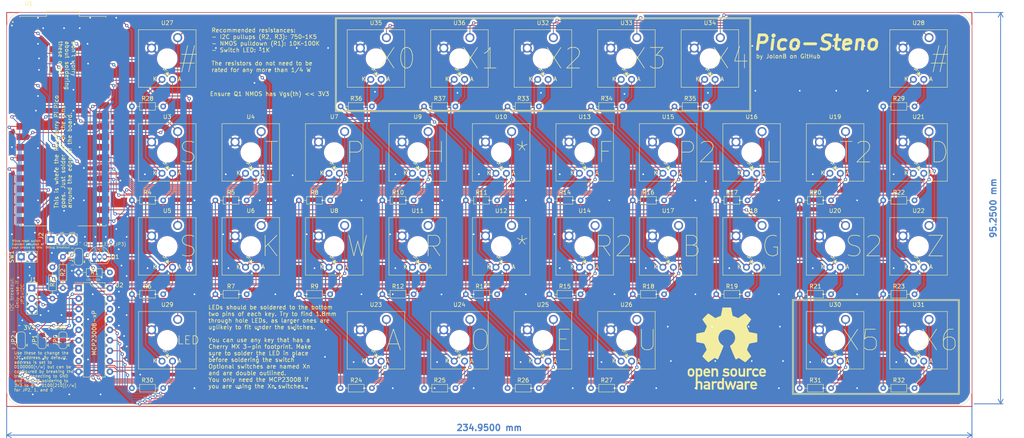
<source format=kicad_pcb>
(kicad_pcb (version 20211014) (generator pcbnew)
  (title_block (title "Pico-Steno") (rev "1"))
  (layers (0 "F.Cu" signal) (31 "B.Cu" signal) (34 "B.Paste" user) (35 "F.Paste" user) (36 "B.SilkS" user "B.Silkscreen") (37 "F.SilkS" user "F.Silkscreen") (38 "B.Mask" user) (39 "F.Mask" user) (44 "Edge.Cuts" user))
  (net 0 "")
  (net 1 "/I2C_SCL")
  (net 2 "/I2C_SDA")
  (net 3 "GND")
  (net 4 "/IO_A0")
  (net 5 "+3V3")
  (net 6 "/IO_A1")
  (net 7 "/IO_A2")
  (net 8 "/LED_SET")
  (net 9 "Net-(JP3-Pad2)")
  (net 10 "/LED_PWM")
  (net 11 "/LED_CTRL")
  (net 12 "+5V")
  (net 13 "Net-(R4-Pad2)")
  (net 14 "Net-(R5-Pad2)")
  (net 15 "Net-(R6-Pad2)")
  (net 16 "Net-(R7-Pad2)")
  (net 17 "Net-(R8-Pad2)")
  (net 18 "Net-(R9-Pad2)")
  (net 19 "Net-(R10-Pad2)")
  (net 20 "Net-(R11-Pad2)")
  (net 21 "Net-(R12-Pad2)")
  (net 22 "Net-(R13-Pad2)")
  (net 23 "Net-(R14-Pad2)")
  (net 24 "Net-(R15-Pad2)")
  (net 25 "Net-(R16-Pad2)")
  (net 26 "Net-(R17-Pad2)")
  (net 27 "Net-(R18-Pad2)")
  (net 28 "Net-(R19-Pad2)")
  (net 29 "Net-(R20-Pad2)")
  (net 30 "Net-(R21-Pad2)")
  (net 31 "Net-(R22-Pad2)")
  (net 32 "Net-(R23-Pad2)")
  (net 33 "Net-(R24-Pad2)")
  (net 34 "Net-(R25-Pad2)")
  (net 35 "Net-(R26-Pad2)")
  (net 36 "Net-(R27-Pad2)")
  (net 37 "Net-(R28-Pad2)")
  (net 38 "Net-(R29-Pad2)")
  (net 39 "Net-(R30-Pad2)")
  (net 40 "Net-(R31-Pad2)")
  (net 41 "Net-(R32-Pad2)")
  (net 42 "Net-(R33-Pad2)")
  (net 43 "Net-(R34-Pad2)")
  (net 44 "Net-(R35-Pad2)")
  (net 45 "Net-(R36-Pad2)")
  (net 46 "Net-(R37-Pad2)")
  (net 47 "/RESET")
  (net 48 "/KEY_S")
  (net 49 "/KEY_T")
  (net 50 "/KEY_K")
  (net 51 "/KEY_P")
  (net 52 "/KEY_W")
  (net 53 "/KEY_H")
  (net 54 "/KEY_R")
  (net 55 "/KEY_A")
  (net 56 "/KEY_O")
  (net 57 "/KEY_STAR")
  (net 58 "/KEY_E")
  (net 59 "/KEY_U")
  (net 60 "/KEY_F")
  (net 61 "/KEY_R2")
  (net 62 "/KEY_P2")
  (net 63 "/KEY_B")
  (net 64 "/KEY_L")
  (net 65 "/KEY_G")
  (net 66 "/KEY_T2")
  (net 67 "/KEY_S2")
  (net 68 "/KEY_D")
  (net 69 "/KEY_Z")
  (net 70 "/KEY_NUM")
  (net 71 "GNDA")
  (net 84 "/KEY_EXT0")
  (net 85 "/KEY_EXT1")
  (net 86 "/KEY_EXT2")
  (net 87 "/KEY_EXT3")
  (net 88 "/KEY_EXT4")
  (net 89 "/KEY_EXT5")
  (net 90 "/KEY_EXT6")
  (net 91 "/SWCLK")
  (net 92 "/SWDIO")
  (footprint "Resistor_THT:R_Axial_DIN0204_L3.6mm_D1.6mm_P7.62mm_Horizontal" (layer "F.Cu") (at 187.96 201.93)
    (fp_text reference "R13")
    (fp_text value "R")
  )
  (footprint "Jumper:SolderJumper-3_P1.3mm_Bridged12_RoundedPad1.0x1.5mm" (layer "F.Cu") (at 79.73 213.13 90)
    (fp_text reference "JP2")
    (fp_text value "SolderJumper_3_Bridged12")
  )
  (footprint "Resistor_THT:R_Axial_DIN0204_L3.6mm_D1.6mm_P7.62mm_Horizontal" (layer "F.Cu") (at 167.64 179.07)
    (fp_text reference "R10")
    (fp_text value "R")
  )
  (footprint "CherryMX_LED:CherryMX_1.00u_LED" (layer "F.Cu") (at 277.85 167.41)
    (fp_text reference "U19")
    (fp_text value "CherryMX_LED")
  )
  (footprint "CherryMX_LED:CherryMX_1.00u_LED" (layer "F.Cu") (at 257.53 167.41)
    (fp_text reference "U16")
    (fp_text value "CherryMX_LED")
  )
  (footprint "Resistor_THT:R_Axial_DIN0204_L3.6mm_D1.6mm_P7.62mm_Horizontal" (layer "F.Cu") (at 228.6 179.07)
    (fp_text reference "R16")
    (fp_text value "R")
  )
  (footprint "Resistor_THT:R_Axial_DIN0204_L3.6mm_D1.6mm_P7.62mm_Horizontal" (layer "F.Cu") (at 289.56 224.79)
    (fp_text reference "R32")
    (fp_text value "R")
  )
  (footprint "Resistor_THT:R_Axial_DIN0204_L3.6mm_D1.6mm_P7.62mm_Horizontal" (layer "F.Cu") (at 177.8 156.21)
    (fp_text reference "R37")
    (fp_text value "R")
  )
  (footprint "Symbol:OSHW-Logo_19x20mm_SilkScreen" (layer "F.Cu") (at 251.46 215.138)
    (fp_text reference "REF**" hide)
    (fp_text value "OSHW-Logo_19x20mm_SilkScreen" hide)
  )
  (footprint "CherryMX_LED:CherryMX_1.00u_LED" (layer "F.Cu") (at 216.89 190.27)
    (fp_text reference "U14")
    (fp_text value "CherryMX_LED")
  )
  (footprint "CherryMX_LED:CherryMX_1.00u_LED" (layer "F.Cu") (at 115.29 213.13)
    (fp_text reference "U29")
    (fp_text value "CherryMX_LED")
  )
  (footprint "Resistor_THT:R_Axial_DIN0204_L3.6mm_D1.6mm_P7.62mm_Horizontal" (layer "F.Cu") (at 289.56 156.21)
    (fp_text reference "R29")
    (fp_text value "R")
  )
  (footprint "Resistor_THT:R_Axial_DIN0204_L3.6mm_D1.6mm_P7.62mm_Horizontal" (layer "F.Cu") (at 269.24 179.07)
    (fp_text reference "R20")
    (fp_text value "R")
  )
  (footprint "Resistor_THT:R_Axial_DIN0204_L3.6mm_D1.6mm_P7.62mm_Horizontal" (layer "F.Cu") (at 248.92 201.93)
    (fp_text reference "R19")
    (fp_text value "R")
  )
  (footprint "Resistor_THT:R_Axial_DIN0204_L3.6mm_D1.6mm_P7.62mm_Horizontal" (layer "F.Cu") (at 238.76 156.21)
    (fp_text reference "R35")
    (fp_text value "R")
  )
  (footprint "Jumper:SolderJumper-3_P1.3mm_Bridged12_RoundedPad1.0x1.5mm" (layer "F.Cu") (at 93.7 192.81 90)
    (fp_text reference "JP3")
    (fp_text value "SolderJumper_3_Bridged12")
  )
  (footprint "CherryMX_LED:CherryMX_1.00u_LED" (layer "F.Cu") (at 237.21 190.27)
    (fp_text reference "U17")
    (fp_text value "CherryMX_LED")
  )
  (footprint "Resistor_THT:R_Axial_DIN0204_L3.6mm_D1.6mm_P7.62mm_Horizontal" (layer "F.Cu") (at 157.48 224.79)
    (fp_text reference "R24")
    (fp_text value "R")
  )
  (footprint "CherryMX_LED:CherryMX_1.00u_LED" (layer "F.Cu") (at 166.09 213.13)
    (fp_text reference "U23")
    (fp_text value "CherryMX_LED")
  )
  (footprint "CherryMX_LED:CherryMX_1.00u_LED" (layer "F.Cu") (at 206.73 144.55)
    (fp_text reference "U32")
    (fp_text value "CherryMX_LED")
  )
  (footprint "Resistor_THT:R_Axial_DIN0204_L3.6mm_D1.6mm_P7.62mm_Horizontal" (layer "F.Cu") (at 269.24 224.79)
    (fp_text reference "R31")
    (fp_text value "R")
  )
  (footprint "Resistor_THT:R_Axial_DIN0204_L3.6mm_D1.6mm_P7.62mm_Horizontal" (layer "F.Cu") (at 87.35 195.35 -90)
    (fp_text reference "R3")
    (fp_text value "R")
  )
  (footprint "CherryMX_LED:CherryMX_1.00u_LED" (layer "F.Cu") (at 298.17 190.27)
    (fp_text reference "U22")
    (fp_text value "CherryMX_LED")
  )
  (footprint "Resistor_THT:R_Axial_DIN0204_L3.6mm_D1.6mm_P7.62mm_Horizontal" (layer "F.Cu") (at 269.24 201.93)
    (fp_text reference "R21")
    (fp_text value "R")
  )
  (footprint "CherryMX_LED:CherryMX_1.00u_LED" (layer "F.Cu") (at 186.41 213.13)
    (fp_text reference "U24")
    (fp_text value "CherryMX_LED")
  )
  (footprint "CherryMX_LED:CherryMX_1.00u_LED" (layer "F.Cu") (at 115.29 144.55)
    (fp_text reference "U27")
    (fp_text value "CherryMX_LED")
  )
  (footprint "CherryMX_LED:CherryMX_1.00u_LED" (layer "F.Cu") (at 115.29 167.41)
    (fp_text reference "U3")
    (fp_text value "CherryMX_LED")
  )
  (footprint "Connector_PinHeader_2.54mm:PinHeader_1x02_P2.54mm_Vertical" (layer "F.Cu") (at 79.73 192.81 90)
    (fp_text reference "SW1")
    (fp_text value "SW_Push")
  )
  (footprint "CherryMX_LED:CherryMX_1.00u_LED" (layer "F.Cu") (at 298.17 167.41)
    (fp_text reference "U21")
    (fp_text value "CherryMX_LED")
  )
  (footprint "Resistor_THT:R_Axial_DIN0204_L3.6mm_D1.6mm_P7.62mm_Horizontal" (layer "F.Cu") (at 208.28 201.93)
    (fp_text reference "R15")
    (fp_text value "R")
  )
  (footprint "Resistor_THT:R_Axial_DIN0204_L3.6mm_D1.6mm_P7.62mm_Horizontal" (layer "F.Cu") (at 89.89 192.81 -90)
    (fp_text reference "R2")
    (fp_text value "R")
  )
  (footprint "CherryMX_LED:CherryMX_1.00u_LED" (layer "F.Cu") (at 257.53 190.27)
    (fp_text reference "U18")
    (fp_text value "CherryMX_LED")
  )
  (footprint "Resistor_THT:R_Axial_DIN0204_L3.6mm_D1.6mm_P7.62mm_Horizontal" (layer "F.Cu") (at 228.6 201.93)
    (fp_text reference "R18")
    (fp_text value "R")
  )
  (footprint "CherryMX_LED:CherryMX_1.00u_LED" (layer "F.Cu") (at 176.25 167.41)
    (fp_text reference "U9")
    (fp_text value "CherryMX_LED")
  )
  (footprint "CherryMX_LED:CherryMX_1.00u_LED" (layer "F.Cu") (at 176.25 190.27)
    (fp_text reference "U11")
    (fp_text value "CherryMX_LED")
  )
  (footprint "CherryMX_LED:CherryMX_1.00u_LED" (layer "F.Cu") (at 216.89 167.41)
    (fp_text reference "U13")
    (fp_text value "CherryMX_LED")
  )
  (footprint "Resistor_THT:R_Axial_DIN0204_L3.6mm_D1.6mm_P7.62mm_Horizontal" (layer "F.Cu") (at 106.68 224.79)
    (fp_text reference "R30")
    (fp_text value "R")
  )
  (footprint "Resistor_THT:R_Axial_DIN0204_L3.6mm_D1.6mm_P7.62mm_Horizontal" (layer "F.Cu") (at 106.68 156.21)
    (fp_text reference "R28")
    (fp_text value "R")
  )
  (footprint "Resistor_THT:R_Axial_DIN0204_L3.6mm_D1.6mm_P7.62mm_Horizontal" (layer "F.Cu") (at 157.48 156.21)
    (fp_text reference "R36")
    (fp_text value "R")
  )
  (footprint "Resistor_THT:R_Axial_DIN0204_L3.6mm_D1.6mm_P7.62mm_Horizontal" (layer "F.Cu") (at 127 179.07)
    (fp_text reference "R5")
    (fp_text value "R")
  )
  (footprint "Resistor_THT:R_Axial_DIN0204_L3.6mm_D1.6mm_P7.62mm_Horizontal" (layer "F.Cu") (at 289.56 179.07)
    (fp_text reference "R22")
    (fp_text value "R")
  )
  (footprint "Connector_PinSocket_2.54mm:PinSocket_1x03_P2.54mm_Vertical" (layer "F.Cu") (at 82.296 200.406)
    (fp_text reference "J1")
    (fp_text value "Conn_01x03_Female")
  )
  (footprint "Jumper:SolderJumper-3_P1.3mm_Bridged12_RoundedPad1.0x1.5mm" (layer "F.Cu") (at 84.81 213.13 90)
    (fp_text reference "JP1")
    (fp_text value "SolderJumper_3_Bridged12")
  )
  (footprint "Resistor_THT:R_Axial_DIN0204_L3.6mm_D1.6mm_P7.62mm_Horizontal" (layer "F.Cu") (at 177.8 224.79)
    (fp_text reference "R25")
    (fp_text value "R")
  )
  (footprint "Resistor_THT:R_Axial_DIN0204_L3.6mm_D1.6mm_P7.62mm_Horizontal" (layer "F.Cu") (at 289.56 201.93)
    (fp_text reference "R23")
    (fp_text value "R")
  )
  (footprint "Resistor_THT:R_Axial_DIN0204_L3.6mm_D1.6mm_P7.62mm_Horizontal" (layer "F.Cu") (at 187.96 179.07)
    (fp_text reference "R11")
    (fp_text value "R")
  )
  (footprint "Resistor_THT:R_Axial_DIN0204_L3.6mm_D1.6mm_P7.62mm_Horizontal" (layer "F.Cu") (at 167.64 201.93)
    (fp_text reference "R12")
    (fp_text value "R")
  )
  (footprint "Resistor_THT:R_Axial_DIN0204_L3.6mm_D1.6mm_P7.62mm_Horizontal" (layer "F.Cu") (at 127 201.93)
    (fp_text reference "R7")
    (fp_text value "R")
  )
  (footprint "Resistor_THT:R_Axial_DIN0204_L3.6mm_D1.6mm_P7.62mm_Horizontal" (layer "F.Cu") (at 218.44 156.21)
    (fp_text reference "R34")
    (fp_text value "R")
  )
  (footprint "Resistor_THT:R_Axial_DIN0204_L3.6mm_D1.6mm_P7.62mm_Horizontal" (layer "F.Cu") (at 106.68 201.93)
    (fp_text reference "R6")
    (fp_text value "R")
  )
  (footprint "CherryMX_LED:CherryMX_1.00u_LED" (layer "F.Cu") (at 206.73 213.13)
    (fp_text reference "U25")
    (fp_text value "CherryMX_LED")
  )
  (footprint "CherryMX_LED:CherryMX_1.00u_LED" (layer "F.Cu") (at 196.57 167.41)
    (fp_text reference "U10")
    (fp_text value "CherryMX_LED")
  )
  (footprint "Jumper:SolderJumper-3_P1.3mm_Bridged12_RoundedPad1.0x1.5mm" (layer "F.Cu") (at 89.89 213.13 90)
    (fp_text reference "JP0")
    (fp_text value "SolderJumper_3_Bridged12")
  )
  (footprint "CherryMX_LED:CherryMX_1.00u_LED" (layer "F.Cu") (at 135.61 167.41)
    (fp_text reference "U4")
    (fp_text value "CherryMX_LED")
  )
  (footprint "CherryMX_LED:CherryMX_1.00u_LED" (layer "F.Cu") (at 277.85 213.13)
    (fp_text reference "U30")
    (fp_text value "CherryMX_LED")
  )
  (footprint "CherryMX_LED:CherryMX_1.00u_LED" (layer "F.Cu") (at 237.21 167.41)
    (fp_text reference "U15")
    (fp_text value "CherryMX_LED")
  )
  (footprint "Resistor_THT:R_Axial_DIN0204_L3.6mm_D1.6mm_P7.62mm_Horizontal" (layer "F.Cu") (at 147.32 179.07)
    (fp_text reference "R8")
    (fp_text value "R")
  )
  (footprint "Resistor_THT:R_Axial_DIN0204_L3.6mm_D1.6mm_P7.62mm_Horizontal" (layer "F.Cu") (at 101.32 196.62 180)
    (fp_text reference "R1")
    (fp_text value "R")
  )
  (footprint "CherryMX_LED:CherryMX_1.00u_LED" (layer "F.Cu") (at 298.17 213.13)
    (fp_text reference "U31")
    (fp_text value "CherryMX_LED")
  )
  (footprint "Resistor_THT:R_Axial_DIN0204_L3.6mm_D1.6mm_P7.62mm_Horizontal" (layer "F.Cu") (at 106.68 179.07)
    (fp_text reference "R4")
    (fp_text value "R")
  )
  (footprint "RPiPico:MODULE_SC0915" (layer "F.Cu") (at 89.89 159.79)
    (fp_text reference "U1")
    (fp_text value "SC0915")
  )
  (footprint "CherryMX_LED:CherryMX_1.00u_LED" (layer "F.Cu") (at 277.85 190.27)
    (fp_text reference "U20")
    (fp_text value "CherryMX_LED")
  )
  (footprint "CherryMX_LED:CherryMX_1.00u_LED" (layer "F.Cu") (at 155.93 167.41)
    (fp_text reference "U7")
    (fp_text value "CherryMX_LED")
  )
  (footprint "CherryMX_LED:CherryMX_1.00u_LED" (layer "F.Cu") (at 196.57 190.27)
    (fp_text reference "U12")
    (fp_text value "CherryMX_LED")
  )
  (footprint "CherryMX_LED:CherryMX_1.00u_LED" (layer "F.Cu") (at 298.17 144.55)
    (fp_text reference "U28")
    (fp_text value "CherryMX_LED")
  )
  (footprint "CherryMX_LED:CherryMX_1.00u_LED" (layer "F.Cu") (at 227.05 144.55)
    (fp_text reference "U33")
    (fp_text value "CherryMX_LED")
  )
  (footprint "CherryMX_LED:CherryMX_1.00u_LED" (layer "F.Cu") (at 227.05 213.13)
    (fp_text reference "U26")
    (fp_text value "CherryMX_LED")
  )
  (footprint "Resistor_THT:R_Axial_DIN0204_L3.6mm_D1.6mm_P7.62mm_Horizontal" (layer "F.Cu") (at 147.32 201.93)
    (fp_text reference "R9")
    (fp_text value "R")
  )
  (footprint "CherryMX_LED:CherryMX_1.00u_LED" (layer "F.Cu") (at 166.09 144.55)
    (fp_text reference "U35")
    (fp_text value "CherryMX_LED")
  )
  (footprint "Package_DIP:DIP-18_W7.62mm" (layer "F.Cu") (at 93.71 200.44)
    (fp_text reference "U2")
    (fp_text value "MCP23008-xP")
  )
  (footprint "Resistor_THT:R_Axial_DIN0204_L3.6mm_D1.6mm_P7.62mm_Horizontal" (layer "F.Cu") (at 208.28 179.07)
    (fp_text reference "R14")
    (fp_text value "R")
  )
  (footprint "Resistor_THT:R_Axial_DIN0204_L3.6mm_D1.6mm_P7.62mm_Horizontal" (layer "F.Cu") (at 218.44 224.79)
    (fp_text reference "R27")
    (fp_text value "R")
  )
  (footprint "Connector_PinSocket_2.54mm:PinSocket_1x03_P2.54mm_Vertical" (layer "F.Cu") (at 86.995 188.595 90)
    (fp_text reference "J2")
    (fp_text value "Conn_01x03_Female")
  )
  (footprint "Package_TO_SOT_THT:TO-92L_Inline" (layer "F.Cu") (at 97.51 192.81)
    (fp_text reference "Q1")
    (fp_text value "Q_NMOS_SGD")
  )
  (footprint "Resistor_THT:R_Axial_DIN0204_L3.6mm_D1.6mm_P7.62mm_Horizontal" (layer "F.Cu") (at 198.12 224.79)
    (fp_text reference "R26")
    (fp_text value "R")
  )
  (footprint "CherryMX_LED:CherryMX_1.00u_LED" (layer "F.Cu") (at 186.41 144.55)
    (fp_text reference "U36")
    (fp_text value "CherryMX_LED")
  )
  (footprint "CherryMX_LED:CherryMX_1.00u_LED" (layer "F.Cu") (at 247.37 144.55)
    (fp_text reference "U34")
    (fp_text value "CherryMX_LED")
  )
  (footprint "Resistor_THT:R_Axial_DIN0204_L3.6mm_D1.6mm_P7.62mm_Horizontal" (layer "F.Cu") (at 248.92 179.07)
    (fp_text reference "R17")
    (fp_text value "R")
  )
  (footprint "Resistor_THT:R_Axial_DIN0204_L3.6mm_D1.6mm_P7.62mm_Horizontal" (layer "F.Cu") (at 198.12 156.21)
    (fp_text reference "R33")
    (fp_text value "R")
  )
  (footprint "CherryMX_LED:CherryMX_1.00u_LED" (layer "F.Cu") (at 135.61 190.27)
    (fp_text reference "U6")
    (fp_text value "CherryMX_LED")
  )
  (footprint "CherryMX_LED:CherryMX_1.00u_LED" (layer "F.Cu") (at 155.93 190.27)
    (fp_text reference "U8")
    (fp_text value "CherryMX_LED")
  )
  (footprint "CherryMX_LED:CherryMX_1.00u_LED" (layer "F.Cu") (at 115.29 190.27)
    (fp_text reference "U5")
    (fp_text value "CherryMX_LED")
  )
  (gr_rect (start 76.2 229.235) (end 311.15 133.35) (layer "F.Cu") (width 0.2) (fill none))
  (gr_rect (start 267.462 226.314) (end 308.102 203.2) (layer "F.SilkS") (width 0.15) (fill none))
  (gr_rect (start 257.302 134.62) (end 156.21 157.48) (layer "F.SilkS") (width 0.15) (fill none))
  (gr_rect (start 156.464 157.226) (end 257.048 134.874) (layer "F.SilkS") (width 0.15) (fill none))
  (gr_rect (start 267.716 226.06) (end 307.848 203.454) (layer "F.SilkS") (width 0.15) (fill none))
  (gr_line (start 307.34 133.35) (end 80.01 133.35) (layer "Edge.Cuts") (width 0.1))
  (gr_arc (start 307.34 133.35) (mid 310.034077 134.465923) (end 311.15 137.16) (layer "Edge.Cuts") (width 0.1))
  (gr_line (start 76.2 137.16) (end 76.2 225.270923) (layer "Edge.Cuts") (width 0.1))
  (gr_arc (start 76.2 137.16) (mid 77.315923 134.465923) (end 80.01 133.35) (layer "Edge.Cuts") (width 0.1))
  (gr_line (start 311.15 225.270923) (end 311.15 137.16) (layer "Edge.Cuts") (width 0.1))
  (gr_line (start 80.01 229.080923) (end 307.34 229.080923) (layer "Edge.Cuts") (width 0.1))
  (gr_arc (start 80.01 229.080923) (mid 77.315923 227.965) (end 76.2 225.270923) (layer "Edge.Cuts") (width 0.1))
  (gr_arc (start 311.15 225.270923) (mid 310.034077 227.965) (end 307.34 229.080923) (layer "Edge.Cuts") (width 0.1))
  (gr_text "3V3" (at 77.978 211.074) (layer "F.SilkS") (effects (font (size 0.3 0.3) (thickness 0.05))))
  (gr_text "Recommended resistances:\n- I2C pullups (R2, R3): 750~1K5\n- NMOS pulldown (R1): 10K~100K\n- Switch LED: ~1K\n\nThe resistors do not need to be\nrated for any more than 1/4 W" (at 125.984 142.494) (layer "F.SilkS") (effects (font (size 1 1)) (justify left)))
  (gr_text "by JolonB on GitHub" (at 266.446 144.018) (layer "F.SilkS") (effects (font (size 1 1))))
  (gr_text "^ 3V3    v GND" (at 84.836 210.058) (layer "F.SilkS") (effects (font (size 1 1))))
  (gr_text "SWDIO" (at 92.202 186.944) (layer "F.SilkS") (effects (font (size 0.3 0.3) (thickness 0.05))))
  (gr_text "G" (at 98.806 191.77) (layer "F.SilkS") (effects (font (size 0.5 0.5) (thickness 0.05))))
  (gr_text "S" (at 97.536 191.77) (layer "F.SilkS") (effects (font (size 0.5 0.5) (thickness 0.05))))
  (gr_text "GND" (at 77.978 215.138) (layer "F.SilkS") (effects (font (size 0.3 0.3) (thickness 0.05))))
  (gr_text "Pico-Steno" (at 273.304 140.716) (layer "F.SilkS") (effects (font (size 3.5 3.5) (thickness 0.7) italic)))
  (gr_text "10k~100k" (at 97.282 198.374) (layer "F.SilkS") (effects (font (size 0.5 0.5) (thickness 0.05))))
  (gr_text "NMOS" (at 98.806 191.008) (layer "F.SilkS") (effects (font (size 0.6 0.6) (thickness 0.05))))
  (gr_text "You can use any key that has a \nCherry MX 3-pin footprint. Make\nsure to solder the LED in place\nbefore soldering the switch\nOptional switches are named Xn\nand are double outlined.\nYou only need the MCP23008 if\nyou are using the Xn switches." (at 125.222 218.694) (layer "F.SilkS") (effects (font (size 1 1)) (justify left)))
  (gr_text "D" (at 100.076 191.77) (layer "F.SilkS") (effects (font (size 0.5 0.5) (thickness 0.05))))
  (gr_text "Debug breakout" (at 85.598 190.5) (layer "F.SilkS") (effects (font (size 0.5 0.5) (thickness 0.075)) (justify left)))
  (gr_text "SWCLK" (at 86.868 186.944) (layer "F.SilkS") (effects (font (size 0.3 0.3) (thickness 0.05))))
  (gr_text "This is where the Raspberry Pi Pico\ngoes. Just solder all of the pins\naround the edge of the board." (at 89.916 181.102 90) (layer "F.SilkS") (effects (font (size 1 1)) (justify left)))
  (gr_text "LED" (at 92.202 194.818) (layer "F.SilkS") (effects (font (size 0.3 0.3) (thickness 0.05))))
  (gr_text "LEDs should be soldered to the bottom\ntwo pins of each key. Try to find 1.8mm\nthrough hole LEDs, as larger ones are\nunlikely to fit under the switches.\n" (at 125.222 207.518) (layer "F.SilkS") (effects (font (size 1 1)) (justify left)))
  (gr_text "Micro reset switch\nConnect a button of\nyour choice to this" (at 77.47 189.738) (layer "F.SilkS") (effects (font (size 0.5 0.5) (thickness 0.075)) (justify left)))
  (gr_text "GND" (at 89.662 186.944) (layer "F.SilkS") (effects (font (size 0.3 0.3) (thickness 0.05))))
  (gr_text "Use these to change the\nI2C address. By default,\naddress is set to\n0100000[r/w] but can be\nconfigured by breaking the\ntrace connecting to GND\nand instead soldering to\n3V3 to give 0100[210][r/w]\nfor JP2, 1, and 0" (at 77.978 220.726) (layer "F.SilkS") (effects (font (size 0.7 0.7) (thickness 0.1)) (justify left)))
  (gr_text "I2C breakout.\nOnly use if\nJP3=I2C" (at 78.74 201.93 90) (layer "F.SilkS") (effects (font (size 0.8 0.8) (thickness 0.075))))
  (gr_text "Ensure Q1 NMOS has Vgs(th) << 3V3" (at 140.208 153.162) (layer "F.SilkS") (effects (font (size 1 1))))
  (gr_text "Don't worry\nabout soldering\nthese ones" (at 90.932 140.208 270) (layer "F.SilkS") (effects (font (size 1 1)) (justify left)))
  (gr_text "I2C" (at 92.202 190.754) (layer "F.SilkS") (effects (font (size 0.3 0.3) (thickness 0.05))))
  (gr_text "^ I2C  v LED (JP3)" (at 99.568 189.738) (layer "F.SilkS") (effects (font (size 0.8 0.8) (thickness 0.1))))
  (dimension (type aligned) (layer "B.Cu") (pts (xy 311.15 133.35) (xy 311.15 228.6)) (height -6.985) (gr_text "95.2500 mm" (at 316.335 180.975 90) (layer "B.Cu") (effects (font (size 1.5 1.5) (thickness 0.3)))) (format (units 3) (units_format 1) (precision 4)) (style (thickness 0.2) (arrow_length 1.27) (text_position_mode 0) (extension_height 0.58642) (extension_offset 0.5) keep_text_aligned))
  (dimension (type aligned) (layer "B.Cu") (pts (xy 76.2 228.6) (xy 311.15 228.6)) (height 7.619999) (gr_text "234.9500 mm" (at 193.675 234.419999) (layer "B.Cu") (effects (font (size 1.5 1.5) (thickness 0.3)))) (format (units 3) (units_format 1) (precision 4)) (style (thickness 0.2) (arrow_length 1.27) (text_position_mode 0) (extension_height 0.58642) (extension_offset 0.5) keep_text_aligned))
  (segment (start 93.71 200.44) (end 89.9 200.44) (width 0.2) (layer "F.Cu") (net 1))
  (segment (start 89.9 200.44) (end 89.89 200.43) (width 0.2) (layer "F.Cu") (net 1))
  (segment (start 93.7 191.51) (end 92.97 191.51) (width 0.2) (layer "F.Cu") (net 1))
  (segment (start 89.89 200.43) (end 82.27 200.43) (width 0.2) (layer "F.Cu") (net 1))
  (segment (start 92.97 191.51) (end 92.075 192.405) (width 0.2) (layer "F.Cu") (net 1))
  (via (at 92.075 192.405) (size 0.8) (drill 0.4) (layers "F.Cu" "B.Cu") (net 1))
  (segment (start 92.075 192.405) (end 89.89 194.59) (width 0.2) (layer "B.Cu") (net 1))
  (segment (start 89.89 194.59) (end 89.89 200.43) (width 0.2) (layer "B.Cu") (net 1))
  (segment (start 87.35 202.97) (end 93.7 202.97) (width 0.2) (layer "F.Cu") (net 2))
  (segment (start 85.725 158.75) (end 85.955 158.52) (width 0.2) (layer "F.Cu") (net 2))
  (segment (start 82.27 202.97) (end 87.35 202.97) (width 0.2) (layer "F.Cu") (net 2))
  (segment (start 99.58 158.52) (end 96.75 158.52) (width 0.2) (layer "F.Cu") (net 2))
  (segment (start 93.7 202.97) (end 93.71 202.98) (width 0.2) (layer "F.Cu") (net 2))
  (segment (start 85.955 158.52) (end 96.75 158.52) (width 0.2) (layer "F.Cu") (net 2))
  (via (at 85.725 158.75) (size 0.8) (drill 0.4) (layers "F.Cu" "B.Cu") (net 2))
  (segment (start 85.09 159.385) (end 85.09 200.71) (width 0.2) (layer "B.Cu") (net 2))
  (segment (start 85.725 158.75) (end 85.09 159.385) (width 0.2) (layer "B.Cu") (net 2))
  (segment (start 85.09 200.71) (end 87.35 202.97) (width 0.2) (layer "B.Cu") (net 2))
  (segment (start 95.226 178.84) (end 94.996 179.07) (width 0.2) (layer "F.Cu") (net 3))
  (segment (start 80.2 140.74) (end 83.59 140.74) (width 0.2) (layer "F.Cu") (net 3))
  (segment (start 80.2 166.14) (end 77.494 166.14) (width 0.2) (layer "F.Cu") (net 3))
  (segment (start 96.115 140.74) (end 95.885 140.97) (width 0.2) (layer "F.Cu") (net 3))
  (segment (start 80.2 178.84) (end 83.59 178.84) (width 0.2) (layer "F.Cu") (net 3))
  (segment (start 99.58 178.84) (end 95.226 178.84) (width 0.2) (layer "F.Cu") (net 3))
  (segment (start 83.59 140.74) (end 83.82 140.97) (width 0.2) (layer "F.Cu") (net 3))
  (segment (start 85.09 214.71) (end 84.81 214.43) (width 0.2) (layer "F.Cu") (net 3))
  (segment (start 89.535 184.845) (end 89.89 184.49) (width 0.2) (layer "F.Cu") (net 3))
  (segment (start 89.89 181.89) (end 90.17 181.61) (width 0.2) (layer "F.Cu") (net 3))
  (segment (start 80.43 166.37) (end 80.2 166.14) (width 0.2) (layer "F.Cu") (net 3))
  (segment (start 99.58 166.14) (end 94.004 166.14) (width 0.2) (layer "F.Cu") (net 3))
  (segment (start 89.535 188.595) (end 89.535 184.845) (width 0.2) (layer "F.Cu") (net 3))
  (segment (start 83.82 166.37) (end 80.43 166.37) (width 0.2) (layer "F.Cu") (net 3))
  (segment (start 80.01 214.71) (end 79.73 214.43) (width 0.2) (layer "F.Cu") (net 3))
  (segment (start 83.59 178.84) (end 83.82 179.07) (width 0.2) (layer "F.Cu") (net 3))
  (segment (start 80.2 153.44) (end 83.59 153.44) (width 0.2) (layer "F.Cu") (net 3))
  (segment (start 90.17 214.71) (end 89.89 214.43) (width 0.2) (layer "F.Cu") (net 3))
  (segment (start 94.004 166.14) (end 93.98 166.116) (width 0.2) (layer "F.Cu") (net 3))
  (segment (start 89.89 184.49) (end 89.89 181.89) (width 0.2) (layer "F.Cu") (net 3))
  (segment (start 99.58 140.74) (end 96.115 140.74) (width 0.2) (layer "F.Cu") (net 3))
  (segment (start 83.59 153.44) (end 83.82 153.67) (width 0.2) (layer "F.Cu") (net 3))
  (via (at 231.775 195.58) (size 0.8) (drill 0.4) (layers "F.Cu" "B.Cu") (net 3))
  (via (at 78.994 197.866) (size 0.8) (drill 0.4) (layers "F.Cu" "B.Cu") (net 3))
  (via (at 162.56 201.93) (size 0.8) (drill 0.4) (layers "F.Cu" "B.Cu") (net 3))
  (via (at 132.715 201.93) (size 0.8) (drill 0.4) (layers "F.Cu" "B.Cu") (net 3))
  (via (at 284.988 141.478) (size 0.8) (drill 0.4) (layers "F.Cu" "B.Cu") (net 3))
  (via (at 246.38 174.498) (size 0.8) (drill 0.4) (layers "F.Cu" "B.Cu") (net 3))
  (via (at 104.775 212.09) (size 0.8) (drill 0.4) (layers "F.Cu" "B.Cu") (net 3))
  (via (at 83.82 166.37) (size 0.8) (drill 0.4) (layers "F.Cu" "B.Cu") (net 3))
  (via (at 92.456 157.226) (size 0.8) (drill 0.4) (layers "F.Cu" "B.Cu") (net 3))
  (via (at 278.13 196.85) (size 0.8) (drill 0.4) (layers "F.Cu" "B.Cu") (net 3))
  (via (at 170.18 224.79) (size 0.8) (drill 0.4) (layers "F.Cu" "B.Cu") (net 3))
  (via (at 103.505 209.55) (size 0.8) (drill 0.4) (layers "F.Cu" "B.Cu") (net 3))
  (via (at 257.683 141.478) (size 0.8) (drill 0.4) (layers "F.Cu" "B.Cu") (net 3))
  (via (at 77.47 136.525) (size 0.8) (drill 0.4) (layers "F.Cu" "B.Cu") (net 3))
  (via (at 102.87 186.055) (size 0.8) (drill 0.4) (layers "F.Cu" "B.Cu") (net 3))
  (via (at 96.52 134.62) (size 0.8) (drill 0.4) (layers "F.Cu" "B.Cu") (net 3))
  (via (at 140.335 147.32) (size 0.8) (drill 0.4) (layers "F.Cu" "B.Cu") (net 3))
  (via (at 145.796 172.974) (size 0.8) (drill 0.4) (layers "F.Cu" "B.Cu") (net 3))
  (via (at 209.55 187.325) (size 0.8) (drill 0.4) (layers "F.Cu" "B.Cu") (net 3))
  (via (at 243.84 201.93) (size 0.8) (drill 0.4) (layers "F.Cu" "B.Cu") (net 3))
  (via (at 109.855 172.72) (size 0.8) (drill 0.4) (layers "F.Cu" "B.Cu") (net 3))
  (via (at 103.505 201.295) (size 0.8) (drill 0.4) (layers "F.Cu" "B.Cu") (net 3))
  (via (at 234.315 224.79) (size 0.8) (drill 0.4) (layers "F.Cu" "B.Cu") (net 3))
  (via (at 292.735 218.44) (size 0.8) (drill 0.4) (layers "F.Cu" "B.Cu") (net 3))
  (via (at 153.67 217.17) (size 0.8) (drill 0.4) (layers "F.Cu" "B.Cu") (net 3))
  (via (at 169.545 187.325) (size 0.8) (drill 0.4) (layers "F.Cu" "B.Cu") (net 3))
  (via (at 196.85 196.85) (size 0.8) (drill 0.4) (layers "F.Cu" "B.Cu") (net 3))
  (via (at 189.865 187.325) (size 0.8) (drill 0.4) (layers "F.Cu" "B.Cu") (net 3))
  (via (at 93.98 166.116) (size 0.8) (drill 0.4) (layers "F.Cu" "B.Cu") (net 3))
  (via (at 237.49 196.85) (size 0.8) (drill 0.4) (layers "F.Cu" "B.Cu") (net 3))
  (via (at 189.865 201.93) (size 0.8) (drill 0.4) (layers "F.Cu" "B.Cu") (net 3))
  (via (at 146.05 217.17) (size 0.8) (drill 0.4) (layers "F.Cu" "B.Cu") (net 3))
  (via (at 94.996 179.07) (size 0.8) (drill 0.4) (layers "F.Cu" "B.Cu") (net 3))
  (via (at 206.248 152.908) (size 0.8) (drill 0.4) (layers "F.Cu" "B.Cu") (net 3))
  (via (at 170.18 201.93) (size 0.8) (drill 0.4) (layers "F.Cu" "B.Cu") (net 3))
  (via (at 170.815 172.72) (size 0.8) (drill 0.4) (layers "F.Cu" "B.Cu") (net 3))
  (via (at 81.788 197.358) (size 0.8) (drill 0.4) (layers "F.Cu" "B.Cu") (net 3))
  (via (at 112.395 179.07) (size 0.8) (drill 0.4) (layers "F.Cu" "B.Cu") (net 3))
  (via (at 105.41 187.96) (size 0.8) (drill 0.4) (layers "F.Cu" "B.Cu") (net 3))
  (via (at 121.92 201.93) (size 0.8) (drill 0.4) (layers "F.Cu" "B.Cu") (net 3))
  (via (at 176.53 196.85) (size 0.8) (drill 0.4) (layers "F.Cu" "B.Cu") (net 3))
  (via (at 146.812 141.986) (size 0.8) (drill 0.4) (layers "F.Cu" "B.Cu") (net 3))
  (via (at 246.888 152.908) (size 0.8) (drill 0.4) (layers "F.Cu" "B.Cu") (net 3))
  (via (at 244.475 156.21) (size 0.8) (drill 0.4) (layers "F.Cu" "B.Cu") (net 3))
  (via (at 231.14 172.72) (size 0.8) (drill 0.4) (layers "F.Cu" "B.Cu") (net 3))
  (via (at 83.312 157.226) (size 0.8) (drill 0.4) (layers "F.Cu" "B.Cu") (net 3))
  (via (at 264.16 201.93) (size 0.8) (drill 0.4) (layers "F.Cu" "B.Cu") (net 3))
  (via (at 163.195 156.21) (size 0.8) (drill 0.4) (layers "F.Cu" "B.Cu") (net 3))
  (via (at 217.17 196.85) (size 0.8) (drill 0.4) (layers "F.Cu" "B.Cu") (net 3))
  (via (at 203.835 156.21) (size 0.8) (drill 0.4) (layers "F.Cu" "B.Cu") (net 3))
  (via (at 90.17 181.61) (size 0.8) (drill 0.4) (layers "F.Cu" "B.Cu") (net 3))
  (via (at 271.78 218.44) (size 0.8) (drill 0.4) (layers "F.Cu" "B.Cu") (net 3))
  (via (at 252.095 195.58) (size 0.8) (drill 0.4) (layers "F.Cu" "B.Cu") (net 3))
  (via (at 182.046412 201.966714) (size 0.8) (drill 0.4) (layers "F.Cu" "B.Cu") (net 3))
  (via (at 135.89 196.85) (size 0.8) (drill 0.4) (layers "F.Cu" "B.Cu") (net 3))
  (via (at 274.955 201.93) (size 0.8) (drill 0.4) (layers "F.Cu" "B.Cu") (net 3))
  (via (at 210.82 195.58) (size 0.8) (drill 0.4) (layers "F.Cu" "B.Cu") (net 3))
  (via (at 277.368 141.478) (size 0.8) (drill 0.4) (layers "F.Cu" "B.Cu") (net 3))
  (via (at 141.605 179.07) (size 0.8) (drill 0.4) (layers "F.Cu" "B.Cu") (net 3))
  (via (at 92.71 160.528) (size 0.8) (drill 0.4) (layers "F.Cu" "B.Cu") (net 3))
  (via (at 141.605 201.93) (size 0.8) (drill 0.4) (layers "F.Cu" "B.Cu") (net 3))
  (via (at 210.82 172.72) (size 0.8) (drill 0.4) (layers "F.Cu" "B.Cu") (net 3))
  (via (at 104.14 194.945) (size 0.8) (drill 0.4) (layers "F.Cu" "B.Cu") (net 3))
  (via (at 213.995 179.07) (size 0.8) (drill 0.4) (layers "F.Cu" "B.Cu") (net 3))
  (via (at 278.13 152.4) (size 0.8) (drill 0.4) (layers "F.Cu" "B.Cu") (net 3))
  (via (at 153.924 210.566) (size 0.8) (drill 0.4) (layers "F.Cu" "B.Cu") (net 3))
  (via (at 102.87 134.62) (size 0.8) (drill 0.4) (layers "F.Cu" "B.Cu") (net 3))
  (via (at 132.715 224.79) (size 0.8) (drill 0.4) (layers "F.Cu" "B.Cu") (net 3))
  (via (at 81.534 189.738) (size 0.8) (drill 0.4) (layers "F.Cu" "B.Cu") (net 3))
  (via (at 91.871707 145.810075) (size 0.8) (drill 0.4) (layers "F.Cu" "B.Cu") (net 3))
  (via (at 237.109 209.804) (size 0.8) (drill 0.4) (layers "F.Cu" "B.Cu") (net 3))
  (via (at 269.24 152.4) (size 0.8) (drill 0.4) (layers "F.Cu" "B.Cu") (net 3))
  (via (at 92.456 152.146) (size 0.8) (drill 0.4) (layers "F.Cu" "B.Cu") (net 3))
  (via (at 149.225 224.79) (size 0.8) (drill 0.4) (layers "F.Cu" "B.Cu") (net 3))
  (via (at 213.995 224.79) (size 0.8) (drill 0.4) (layers "F.Cu" "B.Cu") (net 3))
  (via (at 149.225 201.93) (size 0.8) (drill 0.4) (layers "F.Cu" "B.Cu") (net 3))
  (via (at 129.54 172.72) (size 0.8) (drill 0.4) (layers "F.Cu" "B.Cu") (net 3))
  (via (at 80.01 208.28) (size 0.8) (drill 0.4) (layers "F.Cu" "B.Cu") (net 3))
  (via (at 100.33 187.96) (size 0.8) (drill 0.4) (layers "F.Cu" "B.Cu") (net 3))
  (via (at 202.565 201.93) (size 0.8) (drill 0.4) (layers "F.Cu" "B.Cu") (net 3))
  (via (at 274.955 179.07) (size 0.8) (drill 0.4) (layers "F.Cu" "B.Cu") (net 3))
  (via (at 137.922 141.986) (size 0.8) (drill 0.4) (layers "F.Cu" "B.Cu") (net 3))
  (via (at 163.195 224.79) (size 0.8) (drill 0.4) (layers "F.Cu" "B.Cu") (net 3))
  (via (at 81.788 195.326) (size 0.8) (drill 0.4) (layers "F.Cu" "B.Cu") (net 3))
  (via (at 137.414 210.566) (size 0.8) (drill 0.4) (layers "F.Cu" "B.Cu") (net 3))
  (via (at 95.885 140.97) (size 0.8) (drill 0.4) (layers "F.Cu" "B.Cu") (net 3))
  (via (at 115.57 196.85) (size 0.8) (drill 0.4) (layers "F.Cu" "B.Cu") (net 3))
  (via (at 257.556 218.186) (size 0.8) (drill 0.4) (layers "F.Cu" "B.Cu") (net 3))
  (via (at 108.712 221.488) (size 0.8) (drill 0.4) (layers "F.Cu" "B.Cu") (net 3))
  (via (at 137.795 179.07) (size 0.8) (drill 0.4) (layers "F.Cu" "B.Cu") (net 3))
  (via (at 132.715 179.07) (size 0.8) (drill 0.4) (layers "F.Cu" "B.Cu") (net 3))
  (via (at 202.565 179.07) (size 0.8) (drill 0.4) (layers "F.Cu" "B.Cu") (net 3))
  (via (at 92.456 178.562) (size 0.8) (drill 0.4) (layers "F.Cu" "B.Cu") (net 3))
  (via (at 234.315 179.07) (size 0.8) (drill 0.4) (layers "F.Cu" "B.Cu") (net 3))
  (via (at 87.202099 191.878013) (size 0.8) (drill 0.4) (layers "F.Cu" "B.Cu") (net 3))
  (via (at 83.82 134.62) (size 0.8) (drill 0.4) (layers "F.Cu" "B.Cu") (net 3))
  (via (at 105.598936 183.024383) (size 0.8) (drill 0.4) (layers "F.Cu" "B.Cu") (net 3))
  (via (at 103.468784 190.979848) (size 0.8) (drill 0.4) (layers "F.Cu" "B.Cu") (net 3))
  (via (at 183.515 156.21) (size 0.8) (drill 0.4) (layers "F.Cu" "B.Cu") (net 3))
  (via (at 256.794 209.804) (size 0.8) (drill 0.4) (layers "F.Cu" "B.Cu") (net 3))
  (via (at 81.915 211.455) (size 0.8) (drill 0.4) (layers "F.Cu" "B.Cu") (net 3))
  (via (at 264.16 224.79) (size 0.8) (drill 0.4) (layers "F.Cu" "B.Cu") (net 3))
  (via (at 201.295 218.44) (size 0.8) (drill 0.4) (layers "F.Cu" "B.Cu") (net 3))
  (via (at 87.884 171.958) (size 0.8) (drill 0.4) (layers "F.Cu" "B.Cu") (net 3))
  (via (at 85.09 217.678) (size 0.8) (drill 0.4) (layers "F.Cu" "B.Cu") (net 3))
  (via (at 283.21 224.79) (size 0.8) (drill 0.4) (layers "F.Cu" "B.Cu") (net 3))
  (via (at 103.505 205.105) (size 0.8) (drill 0.4) (layers "F.Cu" "B.Cu") (net 3))
  (via (at 88.265 212.09) (size 0.8) (drill 0.4) (layers "F.Cu" "B.Cu") (net 3))
  (via (at 272.415 172.72) (size 0.8) (drill 0.4) (layers "F.Cu" "B.Cu") (net 3))
  (via (at 264.414 209.804) (size 0.8) (drill 0.4) (layers "F.Cu" "B.Cu") (net 3))
  (via (at 97.155 201.93) (size 0.8) (drill 0.4) (layers "F.Cu" "B.Cu") (net 3))
  (via (at 154.432 141.986) (size 0.8) (drill 0.4) (layers "F.Cu" "B.Cu") (net 3))
  (via (at 126.365 217.17) (size 0.8) (drill 0.4) (layers "F.Cu" "B.Cu") (net 3))
  (via (at 149.225 187.325) (size 0.8) (drill 0.4) (layers "F.Cu" "B.Cu") (net 3))
  (via (at 137.16 217.17) (size 0.8) (drill 0.4) (layers "F.Cu" "B.Cu") (net 3))
  (via (at 99.314 197.866) (size 0.8) (drill 0.4) (layers "F.Cu" "B.Cu") (net 3))
  (via (at 105.41 217.805) (size 0.8) (drill 0.4) (layers "F.Cu" "B.Cu") (net 3))
  (via (at 258.445 152.4) (size 0.8) (drill 0.4) (layers "F.Cu" "B.Cu") (net 3))
  (via (at 185.928 152.908) (size 0.8) (drill 0.4) (layers "F.Cu" "B.Cu") (net 3))
  (via (at 77.47 187.325) (size 0.8) (drill 0.4) (layers "F.Cu" "B.Cu") (net 3))
  (via (at 292.1 195.58) (size 0.8) (drill 0.4) (layers "F.Cu" "B.Cu") (net 3))
  (via (at 82.55 226.314) (size 0.8) (drill 0.4) (layers "F.Cu" "B.Cu") (net 3))
  (via (at 93.98 137.16) (size 0.8) (drill 0.4) (layers "F.Cu" "B.Cu") (net 3))
  (via (at 91.44 226.314) (size 0.8) (drill 0.4) (layers "F.Cu" "B.Cu") (net 3))
  (via (at 224.155 201.93) (size 0.8) (drill 0.4) (layers "F.Cu" "B.Cu") (net 3))
  (via (at 110.49 195.58) (size 0.8) (drill 0.4) (layers "F.Cu" "B.Cu") (net 3))
  (via (at 160.655 218.44) (size 0.8) (drill 0.4) (layers "F.Cu" "B.Cu") (net 3))
  (via (at 254.635 201.93) (size 0.8) (drill 0.4) (layers "F.Cu" "B.Cu") (net 3))
  (via (at 222.885 179.07) (size 0.8) (drill 0.4) (layers "F.Cu" "B.Cu") (net 3))
  (via (at 86.106 199.39) (size 0.8) (drill 0.4) (layers "F.Cu" "B.Cu") (net 3))
  (via (at 121.92 179.07) (size 0.8) (drill 0.4) (layers "F.Cu" "B.Cu") (net 3))
  (via (at 243.84 179.07) (size 0.8) (drill 0.4) (layers "F.Cu" "B.Cu") (net 3))
  (via (at 95.25 187.96) (size 0.8) (drill 0.4) (layers "F.Cu" "B.Cu") (net 3))
  (via (at 191.135 172.72) (size 0.8) (drill 0.4) (layers "F.Cu" "B.Cu") (net 3))
  (via (at 92.075 196.215) (size 0.8) (drill 0.4) (layers "F.Cu" "B.Cu") (net 3))
  (via (at 112.395 201.93) (size 0.8) (drill 0.4) (layers "F.Cu" "B.Cu") (net 3))
  (via (at 141.605 224.79) (size 0.8) (drill 0.4) (layers "F.Cu" "B.Cu") (net 3))
  (via (at 128.905 187.325) (size 0.8) (drill 0.4) (layers "F.Cu" "B.Cu") (net 3))
  (via (at 83.82 140.97) (size 0.8) (drill 0.4) (layers "F.Cu" "B.Cu") (net 3))
  (via (at 243.84 224.79) (size 0.8) (drill 0.4) (layers "F.Cu" "B.Cu") (net 3))
  (via (at 90.17 137.16) (size 0.8) (drill 0.4) (layers "F.Cu" "B.Cu") (net 3))
  (via (at 84.455 207.01) (size 0.8) (drill 0.4) (layers "F.Cu" "B.Cu") (net 3))
  (via (at 130.175 195.58) (size 0.8) (drill 0.4) (layers "F.Cu" "B.Cu") (net 3))
  (via (at 146.304 210.566) (size 0.8) (drill 0.4) (layers "F.Cu" "B.Cu") (net 3))
  (via (at 272.415 195.58) (size 0.8) (drill 0.4) (layers "F.Cu" "B.Cu") (net 3))
  (via (at 96.012 145.796) (size 0.8) (drill 0.4) (layers "F.Cu" "B.Cu") (net 3))
  (via (at 96.012 208.026) (size 0.8) (drill 0.4) (layers "F.Cu" "B.Cu") (net 3))
  (via (at 298.45 196.85) (size 0.8) (drill 0.4) (layers "F.Cu" "B.Cu") (net 3))
  (via (at 126.619 210.566) (size 0.8) (drill 0.4) (layers "F.Cu" "B.Cu") (net 3))
  (via (at 83.058 186.944) (size 0.8) (drill 0.4) (layers "F.Cu" "B.Cu") (net 3))
  (via (at 88.646 201.93) (size 0.8) (drill 0.4) (layers "F.Cu" "B.Cu") (net 3))
  (via (at 84.074 147.32) (size 0.8) (drill 0.4) (layers "F.Cu" "B.Cu") (net 3))
  (via (at 182.245 179.07) (size 0.8) (drill 0.4) (layers "F.Cu" "B.Cu") (net 3))
  (via (at 121.92 224.79) (size 0.8) (drill 0.4) (layers "F.Cu" "B.Cu") (net 3))
  (via (at 285.75 152.4) (size 0.8) (drill 0.4) (layers "F.Cu" "B.Cu") (net 3))
  (via (at 254.635 224.79) (size 0.8) (drill 0.4) (layers "F.Cu" "B.Cu") (net 3))
  (via (at 83.82 179.07) (size 0.8) (drill 0.4) (layers "F.Cu" "B.Cu") (net 3))
  (via (at 274.955 224.79) (size 0.8) (drill 0.4) (layers "F.Cu" "B.Cu") (net 3))
  (via (at 234.315 201.93) (size 0.8) (drill 0.4) (layers "F.Cu" "B.Cu") (net 3))
  (via (at 85.09 137.16) (size 0.8) (drill 0.4) (layers "F.Cu" "B.Cu") (net 3))
  (via (at 203.835 224.79) (size 0.8) (drill 0.4) (layers "F.Cu" "B.Cu") (net 3))
  (via (at 213.995 201.93) (size 0.8) (drill 0.4) (layers "F.Cu" "B.Cu") (net 3))
  (via (at 248.666 218.186) (size 0.8) (drill 0.4) (layers "F.Cu" "B.Cu") (net 3))
  (via (at 224.155 156.21) (size 0.8) (drill 0.4) (layers "F.Cu" "B.Cu") (net 3))
  (via (at 165.862 152.654) (size 0.8) (drill 0.4) (layers "F.Cu" "B.Cu") (net 3))
  (via (at 180.34 224.79) (size 0.8) (drill 0.4) (layers "F.Cu" "B.Cu") (net 3))
  (via (at 127.127 141.986) (size 0.8) (drill 0.4) (layers "F.Cu" "B.Cu") (net 3))
  (via (at 105.41 197.485) (size 0.8) (drill 0.4) (layers "F.Cu" "B.Cu") (net 3))
  (via (at 173.355 179.07) (size 0.8) (drill 0.4) (layers "F.Cu" "B.Cu") (net 3))
  (via (at 84.074 144.526) (size 0.8) (drill 0.4) (layers "F.Cu" "B.Cu") (net 3))
  (via (at 136.525 150.495) (size 0.8) (drill 0.4) (layers "F.Cu" "B.Cu") (net 3))
  (via (at 151.13 195.58) (size 0.8) (drill 0.4) (layers "F.Cu" "B.Cu") (net 3))
  (via (at 80.01 217.678) (size 0.8) (drill 0.4) (layers "F.Cu" "B.Cu") (net 3))
  (via (at 268.478 141.478) (size 0.8) (drill 0.4) (layers "F.Cu" "B.Cu") (net 3))
  (via (at 254.635 179.07) (size 0.8) (drill 0.4) (layers "F.Cu" "B.Cu") (net 3))
  (via (at 89.535 207.01) (size 0.8) (drill 0.4) (layers "F.Cu" "B.Cu") (net 3))
  (via (at 77.47 166.116) (size 0.8) (drill 0.4) (layers "F.Cu" "B.Cu") (net 3))
  (via (at 86.36 205.994) (size 0.8) (drill 0.4) (layers "F.Cu" "B.Cu") (net 3))
  (via (at 105.41 214.63) (size 0.8) (drill 0.4) (layers "F.Cu" "B.Cu") (net 3))
  (via (at 292.1 172.72) (size 0.8) (drill 0.4) (layers "F.Cu" "B.Cu") (net 3))
  (via (at 162.56 179.07) (size 0.8) (drill 0.4) (layers "F.Cu" "B.Cu") (net 3))
  (via (at 105.664 180.594) (size 0.8) (drill 0.4) (layers "F.Cu" "B.Cu") (net 3))
  (via (at 96.012 217.805) (size 0.8) (drill 0.4) (layers "F.Cu" "B.Cu") (net 3))
  (via (at 257.81 196.85) (size 0.8) (drill 0.4) (layers "F.Cu" "B.Cu") (net 3))
  (via (at 220.98 218.44) (size 0.8) (drill 0.4) (layers "F.Cu" "B.Cu") (net 3))
  (via (at 97.79 187.96) (size 0.8) (drill 0.4) (layers "F.Cu" "B.Cu") (net 3))
  (via (at 224.155 224.79) (size 0.8) (drill 0.4) (layers "F.Cu" "B.Cu") (net 3))
  (via (at 103.886 174.244) (size 0.8) (drill 0.4) (layers "F.Cu" "B.Cu") (net 3))
  (via (at 94.996 171.196) (size 0.8) (drill 0.4) (layers "F.Cu" "B.Cu") (net 3))
  (via (at 226.568 153.162) (size 0.8) (drill 0.4) (layers "F.Cu" "B.Cu") (net 3))
  (via (at 247.904 209.804) (size 0.8) (drill 0.4) (layers "F.Cu" "B.Cu") (net 3))
  (via (at 283.21 179.07) (size 0.8) (drill 0.4) (layers "F.Cu" "B.Cu") (net 3))
  (via (at 105.41 207.01) (size 0.8) (drill 0.4) (layers "F.Cu" "B.Cu") (net 3))
  (via (at 170.815 195.58) (size 0.8) (drill 0.4) (layers "F.Cu" "B.Cu") (net 3))
  (via (at 237.871 218.186) (size 0.8) (drill 0.4) (layers "F.Cu" "B.Cu") (net 3))
  (via (at 83.82 153.67) (size 0.8) (drill 0.4) (layers "F.Cu" "B.Cu") (net 3))
  (via (at 96.012 197.612) (size 0.8) (drill 0.4) (layers "F.Cu" "B.Cu") (net 3))
  (via (at 153.035 179.07) (size 0.8) (drill 0.4) (layers "F.Cu" "B.Cu") (net 3))
  (via (at 265.176 218.186) (size 0.8) (drill 0.4) (layers "F.Cu" "B.Cu") (net 3))
  (via (at 193.675 179.07) (size 0.8) (drill 0.4) (layers "F.Cu" "B.Cu") (net 3))
  (via (at 189.865 224.79) (size 0.8) (drill 0.4) (layers "F.Cu" "B.Cu") (net 3))
  (via (at 264.16 179.07) (size 0.8) (drill 0.4) (layers "F.Cu" "B.Cu") (net 3))
  (via (at 283.21 201.93) (size 0.8) (drill 0.4) (layers "F.Cu" "B.Cu") (net 3))
  (via (at 180.975 218.44) (size 0.8) (drill 0.4) (layers "F.Cu" "B.Cu") (net 3))
  (via (at 156.21 196.85) (size 0.8) (drill 0.4) (layers "F.Cu" "B.Cu") (net 3))
  (via (at 99.06 226.314) (size 0.8) (drill 0.4) (layers "F.Cu" "B.Cu") (net 3))
  (via (at 90.17 217.678) (size 0.8) (drill 0.4) (layers "F.Cu" "B.Cu") (net 3))
  (segment (start 91.18 213.13) (end 93.71 210.6) (width 0.2) (layer "F.Cu") (net 4))
  (segment (start 89.89 213.13) (end 91.18 213.13) (width 0.2) (layer "F.Cu") (net 4))
  (segment (start 101.33 200.44) (end 96.105 200.44) (width 0.2) (layer "F.Cu") (net 5))
  (segment (start 87.35 195.35) (end 89.89 192.81) (width 0.2) (layer "F.Cu") (net 5))
  (segment (start 94.615 201.93) (end 92.202 201.93) (width 0.2) (layer "F.Cu") (net 5))
  (segment (start 89.89 192.81) (end 92.835 189.865) (width 0.2) (layer "F.Cu") (net 5))
  (segment (start 102.005 145.82) (end 102.235 146.05) (width 0.2) (layer "F.Cu") (net 5))
  (segment (start 92.835 189.865) (end 100.965 189.865) (width 0.2) (layer "F.Cu") (net 5))
  (segment (start 91.44 209.55) (end 89.89 211.1) (width 0.2) (layer "F.Cu") (net 5))
  (segment (start 99.58 145.82) (end 102.005 145.82) (width 0.2) (layer "F.Cu") (net 5))
  (segment (start 89.89 211.1) (end 89.89 211.83) (width 0.2) (layer "F.Cu") (net 5))
  (segment (start 87.09 209.55) (end 84.81 211.83) (width 0.2) (layer "F.Cu") (net 5))
  (segment (start 87.63 209.55) (end 87.09 209.55) (width 0.2) (layer "F.Cu") (net 5))
  (segment (start 83.82 209.55) (end 82.01 209.55) (width 0.2) (layer "F.Cu") (net 5))
  (segment (start 82.01 209.55) (end 79.73 211.83) (width 0.2) (layer "F.Cu") (net 5))
  (segment (start 96.105 200.44) (end 94.615 201.93) (width 0.2) (layer "F.Cu") (net 5))
  (segment (start 100.965 189.865) (end 101.6 189.23) (width 0.2) (layer "F.Cu") (net 5))
  (via (at 83.82 209.55) (size 0.8) (drill 0.4) (layers "F.Cu" "B.Cu") (net 5))
  (via (at 92.202 201.93) (size 0.8) (drill 0.4) (layers "F.Cu" "B.Cu") (net 5))
  (via (at 87.63 209.55) (size 0.8) (drill 0.4) (layers "F.Cu" "B.Cu") (net 5))
  (via (at 101.6 189.23) (size 0.8) (drill 0.4) (layers "F.Cu" "B.Cu") (net 5))
  (via (at 102.235 146.05) (size 0.8) (drill 0.4) (layers "F.Cu" "B.Cu") (net 5))
  (via (at 91.44 209.55) (size 0.8) (drill 0.4) (layers "F.Cu" "B.Cu") (net 5))
  (segment (start 87.63 209.55) (end 83.82 209.55) (width 0.2) (layer "B.Cu") (net 5))
  (segment (start 101.6 156.845) (end 101.6 194.31) (width 0.2) (layer "B.Cu") (net 5))
  (segment (start 101.6 194.31) (end 102.87 195.58) (width 0.2) (layer "B.Cu") (net 5))
  (segment (start 91.44 202.692) (end 91.44 209.55) (width 0.2) (layer "B.Cu") (net 5))
  (segment (start 91.44 209.55) (end 87.63 209.55) (width 0.2) (layer "B.Cu") (net 5))
  (segment (start 102.87 155.575) (end 101.6 156.845) (width 0.2) (layer "B.Cu") (net 5))
  (segment (start 92.202 201.93) (end 91.44 202.692) (width 0.2) (layer "B.Cu") (net 5))
  (segment (start 102.235 146.05) (end 102.87 146.685) (width 0.2) (layer "B.Cu") (net 5))
  (segment (start 102.87 195.58) (end 102.87 198.9) (width 0.2) (layer "B.Cu") (net 5))
  (segment (start 102.87 198.9) (end 101.33 200.44) (width 0.2) (layer "B.Cu") (net 5))
  (segment (start 102.87 146.685) (end 102.87 155.575) (width 0.2) (layer "B.Cu") (net 5))
  (segment (start 85.76 213.13) (end 90.83 208.06) (width 0.2) (layer "F.Cu") (net 6))
  (segment (start 84.81 213.13) (end 85.76 213.13) (width 0.2) (layer "F.Cu") (net 6))
  (segment (start 90.83 208.06) (end 93.71 208.06) (width 0.2) (layer "F.Cu") (net 6))
  (segment (start 93.71 205.52) (end 89.12 205.52) (width 0.2) (layer "F.Cu") (net 7))
  (segment (start 81.51 213.13) (end 79.73 213.13) (width 0.2) (layer "F.Cu") (net 7))
  (segment (start 89.12 205.52) (end 81.51 213.13) (width 0.2) (layer "F.Cu") (net 7))
  (segment (start 117.83 208.05) (end 117.83 205.64) (width 0.2) (layer "F.Cu") (net 8))
  (segment (start 101.73 203.38) (end 101.33 202.98) (width 0.2) (layer "F.Cu") (net 8))
  (segment (start 95.812 194.11) (end 93.7 194.11) (width 0.2) (layer "F.Cu") (net 8))
  (segment (start 117.83 205.64) (end 115.57 203.38) (width 0.2) (layer "F.Cu") (net 8))
  (segment (start 97.282 195.58) (end 95.812 194.11) (width 0.2) (layer "F.Cu") (net 8))
  (segment (start 115.57 203.38) (end 101.73 203.38) (width 0.2) (layer "F.Cu") (net 8))
  (via (at 97.282 195.58) (size 0.8) (drill 0.4) (layers "F.Cu" "B.Cu") (net 8))
  (segment (start 97.282 198.932) (end 97.282 195.58) (width 0.2) (layer "B.Cu") (net 8))
  (segment (start 101.33 202.98) (end 97.282 198.932) (width 0.2) (layer "B.Cu") (net 8))
  (segment (start 95.885 192.405) (end 95.48 192.81) (width 0.2) (layer "F.Cu") (net 9))
  (segment (start 99.58 155.98) (end 97.385 155.98) (width 0.2) (layer "F.Cu") (net 9))
  (segment (start 97.385 155.98) (end 97.155 156.21) (width 0.2) (layer "F.Cu") (net 9))
  (segment (start 95.48 192.81) (end 93.7 192.81) (width 0.2) (layer "F.Cu") (net 9))
  (via (at 97.155 156.21) (size 0.8) (drill 0.4) (layers "F.Cu" "B.Cu") (net 9))
  (via (at 95.885 192.405) (size 0.8) (drill 0.4) (layers "F.Cu" "B.Cu") (net 9))
  (segment (start 97.155 156.21) (end 96.528 156.837) (width 0.2) (layer "B.Cu") (net 9))
  (segment (start 96.528 156.837) (end 96.528 191.762) (width 0.2) (layer "B.Cu") (net 9))
  (segment (start 96.528 191.762) (end 95.885 192.405) (width 0.2) (layer "B.Cu") (net 9))
  (segment (start 99.58 150.9) (end 102.005 150.9) (width 0.2) (layer "F.Cu") (net 10))
  (segment (start 102.005 150.9) (end 102.235 151.13) (width 0.2) (layer "F.Cu") (net 10))
  (via (at 102.235 151.13) (size 0.8) (drill 0.4) (layers "F.Cu" "B.Cu") (net 10))
  (segment (start 102.235 151.13) (end 102.235 153.67) (width 0.2) (layer "B.Cu") (net 10))
  (segment (start 101.32 196.62) (end 98.78 194.08) (width 0.2) (layer "B.Cu") (net 10))
  (segment (start 98.78 157.125) (end 98.78 192.81) (width 0.2) (layer "B.Cu") (net 10))
  (segment (start 98.78 194.08) (end 98.78 192.81) (width 0.2) (layer "B.Cu") (net 10))
  (segment (start 102.235 153.67) (end 98.78 157.125) (width 0.2) (layer "B.Cu") (net 10))
  (segment (start 166.49356 216.53644) (end 183.46644 216.53644) (width 0.3) (layer "F.Cu") (net 11))
  (segment (start 134.34 195.35) (end 135.5353 194.1547) (width 0.3) (layer "F.Cu") (net 11))
  (segment (start 207.13356 216.53644) (end 224.10644 216.53644) (width 0.3) (layer "F.Cu") (net 11))
  (segment (start 186.81356 216.53644) (end 203.78644 216.53644) (width 0.3) (layer "F.Cu") (net 11))
  (segment (start 256.26 195.35) (end 257.93356 193.67644) (width 0.3) (layer "F.Cu") (net 11))
  (segment (start 114.02 195.35) (end 114.86959 195.35) (width 0.3) (layer "F.Cu") (net 11))
  (segment (start 173.7847 194.1547) (end 174.98 195.35) (width 0.3) (layer "F.Cu") (net 11))
  (segment (start 174.98 195.35) (end 176.1753 194.1547) (width 0.3) (layer "F.Cu") (net 11))
  (segment (start 276.58 195.35) (end 278.25356 193.67644) (width 0.3) (layer "F.Cu") (net 11))
  (segment (start 164.82 218.21) (end 166.49356 216.53644) (width 0.3) (layer "F.Cu") (net 11))
  (segment (start 278.25356 193.67644) (end 295.22644 193.67644) (width 0.3) (layer "F.Cu") (net 11))
  (segment (start 194.1047 194.1547) (end 195.3 195.35) (width 0.3) (layer "F.Cu") (net 11))
  (segment (start 257.93356 193.67644) (end 274.90644 193.67644) (width 0.3) (layer "F.Cu") (net 11))
  (segment (start 274.90644 193.67644) (end 276.58 195.35) (width 0.3) (layer "F.Cu") (net 11))
  (segment (start 276.58 218.21) (end 278.25356 216.53644) (width 0.3) (layer "F.Cu") (net 11))
  (segment (start 203.78644 216.53644) (end 205.46 218.21) (width 0.3) (layer "F.Cu") (net 11))
  (segment (start 195.3 195.35) (end 196.4953 194.1547) (width 0.3) (layer "F.Cu") (net 11))
  (segment (start 217.29356 193.67644) (end 234.26644 193.67644) (width 0.3) (layer "F.Cu") (net 11))
  (segment (start 135.5353 194.1547) (end 153.4647 194.1547) (width 0.3) (layer "F.Cu") (net 11))
  (segment (start 214.4247 194.1547) (end 215.62 195.35) (width 0.3) (layer "F.Cu") (net 11))
  (segment (start 196.4953 194.1547) (end 214.4247 194.1547) (width 0.3) (layer "F.Cu") (net 11))
  (segment (start 185.14 218.21) (end 186.81356 216.53644) (width 0.3) (layer "F.Cu") (net 11))
  (segment (start 235.94 195.35) (end 237.61356 193.67644) (width 0.3) (layer "F.Cu") (net 11))
  (segment (start 154.66 195.35) (end 155.8553 194.1547) (width 0.3) (layer "F.Cu") (net 11))
  (segment (start 176.1753 194.1547) (end 194.1047 194.1547) (width 0.3) (layer "F.Cu") (net 11))
  (segment (start 254.58644 193.67644) (end 256.26 195.35) (width 0.3) (layer "F.Cu") (net 11))
  (segment (start 153.4647 194.1547) (end 154.66 195.35) (width 0.3) (layer "F.Cu") (net 11))
  (segment (start 234.26644 193.67644) (end 235.94 195.35) (width 0.3) (layer "F.Cu") (net 11))
  (segment (start 133.1447 194.1547) (end 134.34 195.35) (width 0.3) (layer "F.Cu") (net 11))
  (segment (start 111.48 192.81) (end 114.02 195.35) (width 0.3) (layer "F.Cu") (net 11))
  (segment (start 116.06489 194.1547) (end 133.1447 194.1547) (width 0.3) (layer "F.Cu") (net 11))
  (segment (start 114.86959 195.35) (end 116.06489 194.1547) (width 0.3) (layer "F.Cu") (net 11))
  (segment (start 155.8553 194.1547) (end 173.7847 194.1547) (width 0.3) (layer "F.Cu") (net 11))
  (segment (start 100.05 192.81) (end 111.48 192.81) (width 0.3) (layer "F.Cu") (net 11))
  (segment (start 183.46644 216.53644) (end 185.14 218.21) (width 0.3) (layer "F.Cu") (net 11))
  (segment (start 205.46 218.21) (end 207.13356 216.53644) (width 0.3) (layer "F.Cu") (net 11))
  (segment (start 237.61356 193.67644) (end 254.58644 193.67644) (width 0.3) (layer "F.Cu") (net 11))
  (segment (start 215.62 195.35) (end 217.29356 193.67644) (width 0.3) (layer "F.Cu") (net 11))
  (segment (start 295.22644 216.53644) (end 296.9 218.21) (width 0.3) (layer "F.Cu") (net 11))
  (segment (start 278.25356 216.53644) (end 295.22644 216.53644) (width 0.3) (layer "F.Cu") (net 11))
  (segment (start 295.22644 193.67644) (end 296.9 195.35) (width 0.3) (layer "F.Cu") (net 11))
  (segment (start 224.10644 216.53644) (end 225.78 218.21) (width 0.3) (layer "F.Cu") (net 11))
  (segment (start 164.82 149.63) (end 163.974701 150.475299) (width 0.3) (layer "B.Cu") (net 11))
  (segment (start 191.31 176.48) (end 191.31 191.36) (width 0.3) (layer "B.Cu") (net 11))
  (segment (start 184.294701 161.484701) (end 195.3 172.49) (width 0.3) (layer "B.Cu") (net 11))
  (segment (start 224.934701 161.484701) (end 235.94 172.49) (width 0.3) (layer "B.Cu") (net 11))
  (segment (start 272.59 176.48) (end 272.59 191.36) (width 0.3) (layer "B.Cu") (net 11))
  (segment (start 271.900739 213.530739) (end 276.58 218.21) (width 0.3) (layer "B.Cu") (net 11))
  (segment (start 292.91 214.22) (end 296.9 218.21) (width 0.3) (layer "B.Cu") (net 11))
  (segment (start 150.67 176.48) (end 150.67 191.36) (width 0.3) (layer "B.Cu") (net 11))
  (segment (start 296.9 172.49) (end 292.220739 177.169261) (width 0.3) (layer "B.Cu") (net 11))
  (segment (start 193.04 197.61) (end 193.04 205.79) (width 0.3) (layer "B.Cu") (net 11))
  (segment (start 163.974701 161.484701) (end 174.98 172.49) (width 0.3) (layer "B.Cu") (net 11))
  (segment (start 110.03 168.5) (end 114.02 172.49) (width 0.3) (layer "B.Cu") (net 11))
  (segment (start 174.98 172.49) (end 170.99 176.48) (width 0.3) (layer "B.Cu") (net 11))
  (segment (start 204.614701 161.484701) (end 215.62 172.49) (width 0.3) (layer "B.Cu") (net 11))
  (segment (start 252.27 191.36) (end 256.26 195.35) (width 0.3) (layer "B.Cu") (net 11))
  (segment (start 246.1 149.63) (end 245.254701 150.475299) (width 0.3) (layer "B.Cu") (net 11))
  (segment (start 214.774701 207.204701) (end 225.78 218.21) (width 0.3) (layer "B.Cu") (net 11))
  (segment (start 110.03 176.48) (end 110.03 191.36) (width 0.3) (layer "B.Cu") (net 11))
  (segment (start 205.46 149.63) (end 204.614701 150.475299) (width 0.3) (layer "B.Cu") (net 11))
  (segment (start 204.614701 150.475299) (end 204.614701 161.484701) (width 0.3) (layer "B.Cu") (net 11))
  (segment (start 153.814701 207.204701) (end 164.82 218.21) (width 0.3) (layer "B.Cu") (net 11))
  (segment (start 252.27 176.48) (end 252.27 191.36) (width 0.3) (layer "B.Cu") (net 11))
  (segment (start 130.35 191.36) (end 134.34 195.35) (width 0.3) (layer "B.Cu") (net 11))
  (segment (start 245.254701 161.484701) (end 256.26 172.49) (width 0.3) (layer "B.Cu") (net 11))
  (segment (start 231.260739 190.670739) (end 235.94 195.35) (width 0.3) (layer "B.Cu") (net 11))
  (segment (start 154.66 172.49) (end 150.67 176.48) (width 0.3) (layer "B.Cu") (net 11))
  (segment (start 130.35 176.48) (end 130.35 191.36) (width 0.3) (layer "B.Cu") (net 11))
  (segment (start 245.254701 150.475299) (end 245.254701 161.484701) (width 0.3) (layer "B.Cu") (net 11))
  (segment (start 296.9 149.63) (end 292.220739 154.309261) (width 0.3) (layer "B.Cu") (net 11))
  (segment (start 114.02 149.63) (end 110.03 153.62) (width 0.3) (layer "B.Cu") (net 11))
  (segment (start 110.03 153.62) (end 110.03 168.5) (width 0.3) (layer "B.Cu") (net 11))
  (segment (start 193.04 205.79) (end 205.46 218.21) (width 0.3) (layer "B.Cu") (net 11))
  (segment (start 154.66 195.35) (end 153.814701 196.195299) (width 0.3) (layer "B.Cu") (net 11))
  (segment (start 271.900739 200.029261) (end 271.900739 213.530739) (width 0.3) (layer "B.Cu") (net 11))
  (segment (start 231.260739 177.169261) (end 231.260739 190.670739) (width 0.3) (layer "B.Cu") (net 11))
  (segment (start 292.220739 154.309261) (end 292.220739 167.810739) (width 0.3) (layer "B.Cu") (net 11))
  (segment (start 224.934701 150.475299) (end 224.934701 161.484701) (width 0.3) (layer "B.Cu") (net 11))
  (segment (start 174.134701 207.204701) (end 185.14 218.21) (width 0.3) (layer "B.Cu") (net 11))
  (segment (start 292.220739 167.810739) (end 296.9 172.49) (width 0.3) (layer "B.Cu") (net 11))
  (segment (start 170.99 191.36) (end 174.98 195.35) (width 0.3) (layer "B.Cu") (net 11))
  (segment (start 256.26 172.49) (end 252.27 176.48) (width 0.3) (layer "B.Cu") (net 11))
  (segment (start 292.220739 177.169261) (end 292.220739 190.670739) (width 0.3) (layer "B.Cu") (net 11))
  (segment (start 235.94 172.49) (end 231.260739 177.169261) (width 0.3) (layer "B.Cu") (net 11))
  (segment (start 174.98 195.35) (end 174.134701 196.195299) (width 0.3) (layer "B.Cu") (net 11))
  (segment (start 191.31 191.36) (end 195.3 195.35) (width 0.3) (layer "B.Cu") (net 11))
  (segment (start 195.3 195.35) (end 193.04 197.61) (width 0.3) (layer "B.Cu") (net 11))
  (segment (start 296.9 195.35) (end 292.91 199.34) (width 0.3) (layer "B.Cu") (net 11))
  (segment (start 114.02 195.35) (end 110.03 199.34) (width 0.3) (layer "B.Cu") (net 11))
  (segment (start 110.03 191.36) (end 114.02 195.35) (width 0.3) (layer "B.Cu") (net 11))
  (segment (start 195.3 172.49) (end 191.31 176.48) (width 0.3) (layer "B.Cu") (net 11))
  (segment (start 215.62 172.49) (end 210.940739 177.169261) (width 0.3) (layer "B.Cu") (net 11))
  (segment (start 114.02 172.49) (end 110.03 176.48) (width 0.3) (layer "B.Cu") (net 11))
  (segment (start 150.67 191.36) (end 154.66 195.35) (width 0.3) (layer "B.Cu") (net 11))
  (segment (start 170.99 176.48) (end 170.99 191.36) (width 0.3) (layer "B.Cu") (net 11))
  (segment (start 214.774701 196.195299) (end 214.774701 207.204701) (width 0.3) (layer "B.Cu") (net 11))
  (segment (start 292.220739 190.670739) (end 296.9 195.35) (width 0.3) (layer "B.Cu") (net 11))
  (segment (start 276.58 195.35) (end 271.900739 200.029261) (width 0.3) (layer "B.Cu") (net 11))
  (segment (start 276.58 172.49) (end 272.59 176.48) (width 0.3) (layer "B.Cu") (net 11))
  (segment (start 153.814701 196.195299) (end 153.814701 207.204701) (width 0.3) (layer "B.Cu") (net 11))
  (segment (start 292.91 199.34) (end 292.91 214.22) (width 0.3) (layer "B.Cu") (net 11))
  (segment (start 134.34 172.49) (end 130.35 176.48) (width 0.3) (layer "B.Cu") (net 11))
  (segment (start 174.134701 196.195299) (end 174.134701 207.204701) (width 0.3) (layer "B.Cu") (net 11))
  (segment (start 110.03 199.34) (end 110.03 214.22) (width 0.3) (layer "B.Cu") (net 11))
  (segment (start 210.940739 177.169261) (end 210.940739 190.670739) (width 0.3) (layer "B.Cu") (net 11))
  (segment (start 210.940739 190.670739) (end 215.62 195.35) (width 0.3) (layer "B.Cu") (net 11))
  (segment (start 225.78 149.63) (end 224.934701 150.475299) (width 0.3) (layer "B.Cu") (net 11))
  (segment (start 184.294701 150.475299) (end 184.294701 161.484701) (width 0.3) (layer "B.Cu") (net 11))
  (segment (start 215.62 195.35) (end 214.774701 196.195299) (width 0.3) (layer "B.Cu") (net 11))
  (segment (start 272.59 191.36) (end 276.58 195.35) (width 0.3) (layer "B.Cu") (net 11))
  (segment (start 110.03 214.22) (end 114.02 218.21) (width 0.3) (layer "B.Cu") (net 11))
  (segment (start 163.974701 150.475299) (end 163.974701 161.484701) (width 0.3) (layer "B.Cu") (net 11))
  (segment (start 185.14 149.63) (end 184.294701 150.475299) (width 0.3) (layer "B.Cu") (net 11))
  (segment (start 228.6 179.07) (end 229.625 180.095) (width 0.25) (layer "F.Cu") (net 12))
  (segment (start 147.32 201.93) (end 148.345 202.955) (width 0.25) (layer "F.Cu") (net 12))
  (segment (start 209.305 180.095) (end 227.575 180.095) (width 0.25) (layer "F.Cu") (net 12))
  (segment (start 227.575 202.955) (end 228.6 201.93) (width 0.25) (layer "F.Cu") (net 12))
  (segment (start 197.07 157.26) (end 198.12 156.21) (width 0.3) (layer "F.Cu") (net 12))
  (segment (start 168.665 180.095) (end 186.935 180.095) (width 0.25) (layer "F.Cu") (net 12))
  (segment (start 270.265 202.955) (end 288.535 202.955) (width 0.25) (layer "F.Cu") (net 12))
  (segment (start 187.96 201.93) (end 188.985 202.955) (width 0.25) (layer "F.Cu") (net 12))
  (segment (start 158.53 157.26) (end 176.75 157.26) (width 0.3) (layer "F.Cu") (net 12))
  (segment (start 168.665 202.955) (end 186.935 202.955) (width 0.25) (layer "F.Cu") (net 12))
  (segment (start 199.17 157.26) (end 217.39 157.26) (width 0.3) (layer "F.Cu") (net 12))
  (segment (start 127 201.93) (end 128.025 202.955) (width 0.25) (layer "F.Cu") (net 12))
  (segment (start 269.24 201.93) (end 270.265 202.955) (width 0.25) (layer "F.Cu") (net 12))
  (segment (start 157.48 156.21) (end 158.53 157.26) (width 0.3) (layer "F.Cu") (net 12))
  (segment (start 188.985 180.095) (end 207.255 180.095) (width 0.25) (layer "F.Cu") (net 12))
  (segment (start 270.265 180.095) (end 288.535 180.095) (width 0.25) (layer "F.Cu") (net 12))
  (segment (start 268.215 180.095) (end 269.24 179.07) (width 0.25) (layer "F.Cu") (net 12))
  (segment (start 227.575 180.095) (end 228.6 179.07) (width 0.25) (layer "F.Cu") (net 12))
  (segment (start 247.895 202.955) (end 248.92 201.93) (width 0.25) (layer "F.Cu") (net 12))
  (segment (start 166.615 180.095) (end 167.64 179.07) (width 0.25) (layer "F.Cu") (net 12))
  (segment (start 228.6 201.93) (end 229.625 202.955) (width 0.25) (layer "F.Cu") (net 12))
  (segment (start 248.92 179.07) (end 249.945 180.095) (width 0.25) (layer "F.Cu") (net 12))
  (segment (start 186.935 202.955) (end 187.96 201.93) (width 0.25) (layer "F.Cu") (net 12))
  (segment (start 107.705 180.095) (end 125.975 180.095) (width 0.25) (layer "F.Cu") (net 12))
  (segment (start 127 179.07) (end 128.025 180.095) (width 0.25) (layer "F.Cu") (net 12))
  (segment (start 148.345 180.095) (end 166.615 180.095) (width 0.25) (layer "F.Cu") (net 12))
  (segment (start 248.92 201.93) (end 249.945 202.955) (width 0.25) (layer "F.Cu") (net 12))
  (segment (start 146.295 202.955) (end 147.32 201.93) (width 0.25) (layer "F.Cu") (net 12))
  (segment (start 269.24 179.07) (end 270.265 180.095) (width 0.25) (layer "F.Cu") (net 12))
  (segment (start 218.44 156.21) (end 219.49 157.26) (width 0.3) (layer "F.Cu") (net 12))
  (segment (start 247.895 180.095) (end 248.92 179.07) (width 0.25) (layer "F.Cu") (net 12))
  (segment (start 288.535 202.955) (end 289.56 201.93) (width 0.25) (layer "F.Cu") (net 12))
  (segment (start 207.255 202.955) (end 208.28 201.93) (width 0.25) (layer "F.Cu") (net 12))
  (segment (start 106.68 179.07) (end 107.705 180.095) (width 0.25) (layer "F.Cu") (net 12))
  (segment (start 209.305 202.955) (end 227.575 202.955) (width 0.25) (layer "F.Cu") (net 12))
  (segment (start 148.345 202.955) (end 166.615 202.955) (width 0.25) (layer "F.Cu") (net 12))
  (segment (start 249.945 202.955) (end 268.215 202.955) (width 0.25) (layer "F.Cu") (net 12))
  (segment (start 186.935 180.095) (end 187.96 179.07) (width 0.25) (layer "F.Cu") (net 12))
  (segment (start 219.49 157.26) (end 237.71 157.26) (width 0.3) (layer "F.Cu") (net 12))
  (segment (start 166.615 202.955) (end 167.64 201.93) (width 0.25) (layer "F.Cu") (net 12))
  (segment (start 107.705 202.955) (end 125.975 202.955) (width 0.25) (layer "F.Cu") (net 12))
  (segment (start 188.985 202.955) (end 207.255 202.955) (width 0.25) (layer "F.Cu") (net 12))
  (segment (start 268.215 202.955) (end 269.24 201.93) (width 0.25) (layer "F.Cu") (net 12))
  (segment (start 229.625 180.095) (end 247.895 180.095) (width 0.25) (layer "F.Cu") (net 12))
  (segment (start 288.535 180.095) (end 289.56 179.07) (width 0.25) (layer "F.Cu") (net 12))
  (segment (start 147.32 179.07) (end 148.345 180.095) (width 0.25) (layer "F.Cu") (net 12))
  (segment (start 217.39 157.26) (end 218.44 156.21) (width 0.3) (layer "F.Cu") (net 12))
  (segment (start 177.8 156.21) (end 178.85 157.26) (width 0.3) (layer "F.Cu") (net 12))
  (segment (start 187.96 179.07) (end 188.985 180.095) (width 0.25) (layer "F.Cu") (net 12))
  (segment (start 104.545 135.66) (end 99.58 135.66) (width 0.25) (layer "F.Cu") (net 12))
  (segment (start 128.025 180.095) (end 146.295 180.095) (width 0.25) (layer "F.Cu") (net 12))
  (segment (start 105.41 136.525) (end 104.545 135.66) (width 0.25) (layer "F.Cu") (net 12))
  (segment (start 146.295 180.095) (end 147.32 179.07) (width 0.25) (layer "F.Cu") (net 12))
  (segment (start 237.71 157.26) (end 238.76 156.21) (width 0.3) (layer "F.Cu") (net 12))
  (segment (start 128.025 202.955) (end 146.295 202.955) (width 0.25) (layer "F.Cu") (net 12))
  (segment (start 167.64 201.93) (end 168.665 202.955) (width 0.25) (layer "F.Cu") (net 12))
  (segment (start 198.12 156.21) (end 199.17 157.26) (width 0.3) (layer "F.Cu") (net 12))
  (segment (start 207.255 180.095) (end 208.28 179.07) (width 0.25) (layer "F.Cu") (net 12))
  (segment (start 249.945 180.095) (end 268.215 180.095) (width 0.25) (layer "F.Cu") (net 12))
  (segment (start 208.28 201.93) (end 209.305 202.955) (width 0.25) (layer "F.Cu") (net 12))
  (segment (start 125.975 180.095) (end 127 179.07) (width 0.25) (layer "F.Cu") (net 12))
  (segment (start 176.75 157.26) (end 177.8 156.21) (width 0.3) (layer "F.Cu") (net 12))
  (segment (start 229.625 202.955) (end 247.895 202.955) (width 0.25) (layer "F.Cu") (net 12))
  (segment (start 208.28 179.07) (end 209.305 180.095) (width 0.25) (layer "F.Cu") (net 12))
  (segment (start 178.85 157.26) (end 197.07 157.26) (width 0.3) (layer "F.Cu") (net 12))
  (segment (start 167.64 179.07) (end 168.665 180.095) (width 0.25) (layer "F.Cu") (net 12))
  (segment (start 125.975 202.955) (end 127 201.93) (width 0.25) (layer "F.Cu") (net 12))
  (segment (start 106.68 201.93) (end 107.705 202.955) (width 0.25) (layer "F.Cu") (net 12))
  (via (at 105.41 136.525) (size 0.8) (drill 0.4) (layers "F.Cu" "B.Cu") (net 12))
  (segment (start 289.56 156.21) (end 289.56 179.07) (width 0.3) (layer "B.Cu") (net 12))
  (segment (start 127 179.07) (end 127 201.93) (width 0.25) (layer "B.Cu") (net 12))
  (segment (start 269.24 201.93) (end 269.24 179.07) (width 0.3) (layer "B.Cu") (net 12))
  (segment (start 177.8 212.09) (end 177.8 224.79) (width 0.25) (layer "B.Cu") (net 12))
  (segment (start 289.56 201.93) (end 289.56 224.79) (width 0.3) (layer "B.Cu") (net 12))
  (segment (start 208.28 201.93) (end 208.28 179.07) (width 0.25) (layer "B.Cu") (net 12))
  (segment (start 167.64 201.93) (end 167.64 179.07) (width 0.25) (layer "B.Cu") (net 12))
  (segment (start 157.48 156.21) (end 167.64 166.37) (width 0.3) (layer "B.Cu") (net 12))
  (segment (start 167.64 166.37) (end 167.64 179.07) (width 0.3) (layer "B.Cu") (net 12))
  (segment (start 106.68 156.21) (end 106.68 137.795) (width 0.25) (layer "B.Cu") (net 12))
  (segment (start 187.96 201.93) (end 187.96 179.07) (width 0.25) (layer "B.Cu") (net 12))
  (segment (start 248.92 201.93) (end 248.92 179.07) (width 0.25) (layer "B.Cu") (net 12))
  (segment (start 157.48 224.79) (end 157.48 212.09) (width 0.25) (layer "B.Cu") (net 12))
  (segment (start 218.44 156.21) (end 228.6 166.37) (width 0.3) (layer "B.Cu") (net 12))
  (segment (start 208.28 201.93) (end 218.44 212.09) (width 0.25) (layer "B.Cu") (net 12))
  (segment (start 106.68 156.21) (end 106.68 179.07) (width 0.25) (layer "B.Cu") (net 12))
  (segment (start 218.44 212.09) (end 218.44 224.79) (width 0.25) (layer "B.Cu") (net 12))
  (segment (start 177.8 156.21) (end 187.96 166.37) (width 0.3) (layer "B.Cu") (net 12))
  (segment (start 248.92 166.37) (end 248.92 179.07) (width 0.3) (layer "B.Cu") (net 12))
  (segment (start 106.68 137.795) (end 105.41 136.525) (width 0.25) (layer "B.Cu") (net 12))
  (segment (start 157.48 212.09) (end 147.32 201.93) (width 0.25) (layer "B.Cu") (net 12))
  (segment (start 167.64 201.93) (end 177.8 212.09) (width 0.25) (layer "B.Cu") (net 12))
  (segment (start 147.32 179.07) (end 147.32 201.93) (width 0.25) (layer "B.Cu") (net 12))
  (segment (start 198.12 156.21) (end 208.28 166.37) (width 0.3) (layer "B.Cu") (net 12))
  (segment (start 208.28 166.37) (end 208.28 179.07) (width 0.3) (layer "B.Cu") (net 12))
  (segment (start 187.96 166.37) (end 187.96 179.07) (width 0.3) (layer "B.Cu") (net 12))
  (segment (start 106.68 201.93) (end 106.68 224.79) (width 0.25) (layer "B.Cu") (net 12))
  (segment (start 228.6 179.07) (end 228.6 201.93) (width 0.25) (layer "B.Cu") (net 12))
  (segment (start 228.6 166.37) (end 228.6 179.07) (width 0.3) (layer "B.Cu") (net 12))
  (segment (start 289.56 179.07) (end 289.56 201.93) (width 0.3) (layer "B.Cu") (net 12))
  (segment (start 198.12 212.09) (end 198.12 224.79) (width 0.25) (layer "B.Cu") (net 12))
  (segment (start 238.76 156.21) (end 248.92 166.37) (width 0.3) (layer "B.Cu") (net 12))
  (segment (start 106.68 179.07) (end 106.68 201.93) (width 0.25) (layer "B.Cu") (net 12))
  (segment (start 187.96 201.93) (end 198.12 212.09) (width 0.25) (layer "B.Cu") (net 12))
  (segment (start 269.24 201.93) (end 269.24 224.79) (width 0.3) (layer "B.Cu") (net 12))
  (segment (start 116.56 176.81) (end 116.56 172.49) (width 0.2) (layer "B.Cu") (net 13))
  (segment (start 114.3 179.07) (end 116.56 176.81) (width 0.2) (layer "B.Cu") (net 13))
  (segment (start 136.88 176.81) (end 136.88 172.49) (width 0.2) (layer "B.Cu") (net 14))
  (segment (start 134.62 179.07) (end 136.88 176.81) (width 0.2) (layer "B.Cu") (net 14))
  (segment (start 114.3 201.93) (end 116.56 199.67) (width 0.2) (layer "B.Cu") (net 15))
  (segment (start 116.56 199.67) (end 116.56 195.35) (width 0.2) (layer "B.Cu") (net 15))
  (segment (start 134.62 201.93) (end 136.88 199.67) (width 0.2) (layer "B.Cu") (net 16))
  (segment (start 136.88 199.67) (end 136.88 195.35) (width 0.2) (layer "B.Cu") (net 16))
  (segment (start 157.2 176.81) (end 157.2 172.49) (width 0.2) (layer "B.Cu") (net 17))
  (segment (start 154.94 179.07) (end 157.2 176.81) (width 0.2) (layer "B.Cu") (net 17))
  (segment (start 157.2 199.67) (end 157.2 195.35) (width 0.2) (layer "B.Cu") (net 18))
  (segment (start 154.94 201.93) (end 157.2 199.67) (width 0.2) (layer "B.Cu") (net 18))
  (segment (start 177.52 176.81) (end 177.52 172.49) (width 0.2) (layer "B.Cu") (net 19))
  (segment (start 175.26 179.07) (end 177.52 176.81) (width 0.2) (layer "B.Cu") (net 19))
  (segment (start 195.58 179.07) (end 197.84 176.81) (width 0.2) (layer "B.Cu") (net 20))
  (segment (start 197.84 176.81) (end 197.84 172.49) (width 0.2) (layer "B.Cu") (net 20))
  (segment (start 177.52 199.67) (end 177.52 195.35) (width 0.2) (layer "B.Cu") (net 21))
  (segment (start 175.26 201.93) (end 177.52 199.67) (width 0.2) (layer "B.Cu") (net 21))
  (segment (start 195.58 201.93) (end 197.84 199.67) (width 0.2) (layer "B.Cu") (net 22))
  (segment (start 197.84 199.67) (end 197.84 195.35) (width 0.2) (layer "B.Cu") (net 22))
  (segment (start 215.9 179.07) (end 218.16 176.81) (width 0.2) (layer "B.Cu") (net 23))
  (segment (start 218.16 176.81) (end 218.16 172.49) (width 0.2) (layer "B.Cu") (net 23))
  (segment (start 215.9 201.93) (end 218.16 199.67) (width 0.2) (layer "B.Cu") (net 24))
  (segment (start 218.16 199.67) (end 218.16 195.35) (width 0.2) (layer "B.Cu") (net 24))
  (segment (start 238.48 176.81) (end 238.48 172.49) (width 0.2) (layer "B.Cu") (net 25))
  (segment (start 236.22 179.07) (end 238.48 176.81) (width 0.2) (layer "B.Cu") (net 25))
  (segment (start 258.8 176.81) (end 258.8 172.49) (width 0.2) (layer "B.Cu") (net 26))
  (segment (start 256.54 179.07) (end 258.8 176.81) (width 0.2) (layer "B.Cu") (net 26))
  (segment (start 236.22 201.93) (end 238.48 199.67) (width 0.2) (layer "B.Cu") (net 27))
  (segment (start 238.48 199.67) (end 238.48 195.35) (width 0.2) (layer "B.Cu") (net 27))
  (segment (start 256.54 201.93) (end 258.8 199.67) (width 0.2) (layer "B.Cu") (net 28))
  (segment (start 258.8 199.67) (end 258.8 195.35) (width 0.2) (layer "B.Cu") (net 28))
  (segment (start 279.12 176.81) (end 279.12 172.49) (width 0.2) (layer "B.Cu") (net 29))
  (segment (start 276.86 179.07) (end 279.12 176.81) (width 0.2) (layer "B.Cu") (net 29))
  (segment (start 279.12 199.67) (end 279.12 195.35) (width 0.2) (layer "B.Cu") (net 30))
  (segment (start 276.86 201.93) (end 279.12 199.67) (width 0.2) (layer "B.Cu") (net 30))
  (segment (start 297.18 179.07) (end 299.44 176.81) (width 0.2) (layer "B.Cu") (net 31))
  (segment (start 299.44 176.81) (end 299.44 172.49) (width 0.2) (layer "B.Cu") (net 31))
  (segment (start 299.44 199.67) (end 299.44 195.35) (width 0.2) (layer "B.Cu") (net 32))
  (segment (start 297.18 201.93) (end 299.44 199.67) (width 0.2) (layer "B.Cu") (net 32))
  (segment (start 165.1 224.79) (end 167.36 222.53) (width 0.2) (layer "B.Cu") (net 33))
  (segment (start 167.36 222.53) (end 167.36 218.21) (width 0.2) (layer "B.Cu") (net 33))
  (segment (start 187.68 222.53) (end 187.68 218.21) (width 0.2) (layer "B.Cu") (net 34))
  (segment (start 185.42 224.79) (end 187.68 222.53) (width 0.2) (layer "B.Cu") (net 34))
  (segment (start 208 222.53) (end 208 218.21) (width 0.2) (layer "B.Cu") (net 35))
  (segment (start 205.74 224.79) (end 208 222.53) (width 0.2) (layer "B.Cu") (net 35))
  (segment (start 226.06 224.79) (end 228.32 222.53) (width 0.2) (layer "B.Cu") (net 36))
  (segment (start 228.32 222.53) (end 228.32 218.21) (width 0.2) (layer "B.Cu") (net 36))
  (segment (start 114.3 156.21) (end 116.56 153.95) (width 0.2) (layer "B.Cu") (net 37))
  (segment (start 116.56 153.95) (end 116.56 149.63) (width 0.2) (layer "B.Cu") (net 37))
  (segment (start 299.44 153.95) (end 299.44 149.63) (width 0.2) (layer "B.Cu") (net 38))
  (segment (start 297.18 156.21) (end 299.44 153.95) (width 0.2) (layer "B.Cu") (net 38))
  (segment (start 116.56 222.53) (end 116.56 218.21) (width 0.2) (layer "B.Cu") (net 39))
  (segment (start 114.3 224.79) (end 116.56 222.53) (width 0.2) (layer "B.Cu") (net 39))
  (segment (start 276.86 224.79) (end 279.12 222.53) (width 0.2) (layer "B.Cu") (net 40))
  (segment (start 279.12 222.53) (end 279.12 218.21) (width 0.2) (layer "B.Cu") (net 40))
  (segment (start 299.44 222.53) (end 299.44 218.21) (width 0.2) (layer "B.Cu") (net 41))
  (segment (start 297.18 224.79) (end 299.44 222.53) (width 0.2) (layer "B.Cu") (net 41))
  (segment (start 208 153.95) (end 208 149.63) (width 0.2) (layer "B.Cu") (net 42))
  (segment (start 205.74 156.21) (end 208 153.95) (width 0.2) (layer "B.Cu") (net 42))
  (segment (start 228.32 153.95) (end 228.32 149.63) (width 0.2) (layer "B.Cu") (net 43))
  (segment (start 226.06 156.21) (end 228.32 153.95) (width 0.2) (layer "B.Cu") (net 43))
  (segment (start 248.64 153.95) (end 248.64 149.63) (width 0.2) (layer "B.Cu") (net 44))
  (segment (start 246.38 156.21) (end 248.64 153.95) (width 0.2) (layer "B.Cu") (net 44))
  (segment (start 165.1 156.21) (end 167.36 153.95) (width 0.2) (layer "B.Cu") (net 45))
  (segment (start 167.36 153.95) (end 167.36 149.63) (width 0.2) (layer "B.Cu") (net 45))
  (segment (start 185.42 156.21) (end 187.68 153.95) (width 0.2) (layer "B.Cu") (net 46))
  (segment (start 187.68 153.95) (end 187.68 149.63) (width 0.2) (layer "B.Cu") (net 46))
  (segment (start 82.55 162.56) (end 98.08 162.56) (width 0.2) (layer "F.Cu") (net 47))
  (segment (start 98.08 162.56) (end 99.58 161.06) (width 0.2) (layer "F.Cu") (net 47))
  (via (at 82.55 162.56) (size 0.8) (drill 0.4) (layers "F.Cu" "B.Cu") (net 47))
  (segment (start 79.73 192.81) (end 79.73 165.38) (width 0.2) (layer "B.Cu") (net 47))
  (segment (start 86.523288 213.14) (end 79.73 206.346712) (width 0.2) (layer "B.Cu") (net 47))
  (segment (start 79.73 206.346712) (end 79.73 192.81) (width 0.2) (layer "B.Cu") (net 47))
  (segment (start 93.71 213.14) (end 86.523288 213.14) (width 0.2) (layer "B.Cu") (net 47))
  (segment (start 79.73 165.38) (end 82.55 162.56) (width 0.2) (layer "B.Cu") (net 47))
  (segment (start 115.52 160.02) (end 94.488 160.02) (width 0.2) (layer "F.Cu") (net 48))
  (segment (start 94.488 160.02) (end 94.234 159.766) (width 0.2) (layer "F.Cu") (net 48))
  (segment (start 86.995 140.335) (end 82.32 135.66) (width 0.2) (layer "F.Cu") (net 48))
  (segment (start 82.32 135.66) (end 80.2 135.66) (width 0.2) (layer "F.Cu") (net 48))
  (segment (start 117.83 162.33) (end 115.52 160.02) (width 0.2) (layer "F.Cu") (net 48))
  (segment (start 92.583 140.335) (end 93.218 140.97) (width 0.2) (layer "F.Cu") (net 48))
  (segment (start 86.995 140.335) (end 92.583 140.335) (width 0.2) (layer "F.Cu") (net 48))
  (via (at 94.234 159.766) (size 0.8) (drill 0.4) (layers "F.Cu" "B.Cu") (net 48))
  (via (at 93.218 140.97) (size 0.8) (drill 0.4) (layers "F.Cu" "B.Cu") (net 48))
  (segment (start 94.234 159.766) (end 93.726 159.258) (width 0.2) (layer "B.Cu") (net 48))
  (segment (start 117.83 173.99) (end 117.83 162.33) (width 0.2) (layer "B.Cu") (net 48))
  (segment (start 117.83 173.99) (end 117.83 185.19) (width 0.2) (layer "B.Cu") (net 48))
  (segment (start 93.726 159.258) (end 93.726 141.478) (width 0.2) (layer "B.Cu") (net 48))
  (segment (start 93.726 141.478) (end 93.218 140.97) (width 0.2) (layer "B.Cu") (net 48))
  (segment (start 83.59 138.2) (end 83.82 138.43) (width 0.2) (layer "F.Cu") (net 49))
  (segment (start 136.956 175.184) (end 107.64624 175.184) (width 0.2) (layer "F.Cu") (net 49))
  (segment (start 80.2 138.2) (end 83.59 138.2) (width 0.2) (layer "F.Cu") (net 49))
  (segment (start 94.923 169.853) (end 88.9 163.83) (width 0.2) (layer "F.Cu") (net 49))
  (segment (start 107.64624 175.184) (end 102.31524 169.853) (width 0.2) (layer "F.Cu") (net 49))
  (segment (start 138.15 173.99) (end 136.956 175.184) (width 0.2) (layer "F.Cu") (net 49))
  (segment (start 102.31524 169.853) (end 94.923 169.853) (width 0.2) (layer "F.Cu") (net 49))
  (via (at 138.15 173.99) (size 0.8) (drill 0.4) (layers "F.Cu" "B.Cu") (net 49))
  (via (at 83.82 138.43) (size 0.8) (drill 0.4) (layers "F.Cu" "B.Cu") (net 49))
  (via (at 88.9 163.83) (size 0.8) (drill 0.4) (layers "F.Cu" "B.Cu") (net 49))
  (segment (start 138.15 173.99) (end 138.15 162.33) (width 0.2) (layer "B.Cu") (net 49))
  (segment (start 86.687 141.297) (end 83.82 138.43) (width 0.2) (layer "B.Cu") (net 49))
  (segment (start 88.9 163.83) (end 86.687 161.617) (width 0.2) (layer "B.Cu") (net 49))
  (segment (start 86.687 161.617) (end 86.687 141.297) (width 0.2) (layer "B.Cu") (net 49))
  (segment (start 113.03 147.32) (end 136.525 147.32) (width 0.2) (layer "F.Cu") (net 50))
  (segment (start 80.2 143.28) (end 96.925 143.28) (width 0.2) (layer "F.Cu") (net 50))
  (segment (start 110.49 144.78) (end 113.03 147.32) (width 0.2) (layer "F.Cu") (net 50))
  (segment (start 98.425 144.78) (end 110.49 144.78) (width 0.2) (layer "F.Cu") (net 50))
  (segment (start 96.925 143.28) (end 98.425 144.78) (width 0.2) (layer "F.Cu") (net 50))
  (segment (start 136.525 147.32) (end 138.43 149.225) (width 0.2) (layer "F.Cu") (net 50))
  (via (at 138.43 149.225) (size 0.8) (drill 0.4) (layers "F.Cu" "B.Cu") (net 50))
  (segment (start 138.43 149.225) (end 140.197839 150.992839) (width 0.2) (layer "B.Cu") (net 50))
  (segment (start 140.197839 150.992839) (end 140.197839 183.142161) (width 0.2) (layer "B.Cu") (net 50))
  (segment (start 140.197839 183.142161) (end 138.15 185.19) (width 0.2) (layer "B.Cu") (net 50))
  (segment (start 93.98 170.18) (end 93.345 169.545) (width 0.2) (layer "F.Cu") (net 51))
  (segment (start 88.035 145.82) (end 80.2 145.82) (width 0.2) (layer "F.Cu") (net 51))
  (segment (start 156.949 175.511) (end 107.510792 175.511) (width 0.2) (layer "F.Cu") (net 51))
  (segment (start 102.179792 170.18) (end 93.98 170.18) (width 0.2) (layer "F.Cu") (net 51))
  (segment (start 107.510792 175.511) (end 102.179792 170.18) (width 0.2) (layer "F.Cu") (net 51))
  (segment (start 88.9 146.685) (end 88.035 145.82) (width 0.2) (layer "F.Cu") (net 51))
  (segment (start 158.47 173.99) (end 156.949 175.511) (width 0.2) (layer "F.Cu") (net 51))
  (via (at 88.9 146.685) (size 0.8) (drill 0.4) (layers "F.Cu" "B.Cu") (net 51))
  (via (at 93.345 169.545) (size 0.8) (drill 0.4) (layers "F.Cu" "B.Cu") (net 51))
  (via (at 158.47 173.99) (size 0.8) (drill 0.4) (layers "F.Cu" "B.Cu") (net 51))
  (segment (start 89.535 147.32) (end 88.9 146.685) (width 0.2) (layer "B.Cu") (net 51))
  (segment (start 158.47 173.99) (end 158.47 162.33) (width 0.2) (layer "B.Cu") (net 51))
  (segment (start 89.535 165.735) (end 89.535 147.32) (width 0.2) (layer "B.Cu") (net 51))
  (segment (start 93.345 169.545) (end 89.535 165.735) (width 0.2) (layer "B.Cu") (net 51))
  (segment (start 108.585 149.86) (end 112.395 153.67) (width 0.2) (layer "F.Cu") (net 52))
  (segment (start 96.925 148.36) (end 98.425 149.86) (width 0.2) (layer "F.Cu") (net 52))
  (segment (start 120.65 197.485) (end 121.536 198.371) (width 0.2) (layer "F.Cu") (net 52))
  (segment (start 98.425 149.86) (end 108.585 149.86) (width 0.2) (layer "F.Cu") (net 52))
  (segment (start 156.949 198.371) (end 121.536 198.371) (width 0.2) (layer "F.Cu") (net 52))
  (segment (start 120.015 153.67) (end 120.65 154.305) (width 0.2) (layer "F.Cu") (net 52))
  (segment (start 120.65 195.58) (end 120.65 197.485) (width 0.2) (layer "F.Cu") (net 52))
  (segment (start 80.2 148.36) (end 96.925 148.36) (width 0.2) (layer "F.Cu") (net 52))
  (segment (start 158.47 196.85) (end 156.949 198.371) (width 0.2) (layer "F.Cu") (net 52))
  (segment (start 112.395 153.67) (end 120.015 153.67) (width 0.2) (layer "F.Cu") (net 52))
  (via (at 120.65 195.58) (size 0.8) (drill 0.4) (layers "F.Cu" "B.Cu") (net 52))
  (via (at 158.47 196.85) (size 0.8) (drill 0.4) (layers "F.Cu" "B.Cu") (net 52))
  (via (at 120.65 154.305) (size 0.8) (drill 0.4) (layers "F.Cu" "B.Cu") (net 52))
  (segment (start 158.47 196.85) (end 158.47 185.19) (width 0.2) (layer "B.Cu") (net 52))
  (segment (start 120.65 154.305) (end 120.65 195.58) (width 0.2) (layer "B.Cu") (net 52))
  (segment (start 94.288 172.393) (end 87.63 165.735) (width 0.2) (layer "F.Cu") (net 53))
  (segment (start 176.942 175.838) (end 107.375344 175.838) (width 0.2) (layer "F.Cu") (net 53))
  (segment (start 103.930344 172.393) (end 94.288 172.393) (width 0.2) (layer "F.Cu") (net 53))
  (segment (start 178.79 173.99) (end 176.942 175.838) (width 0.2) (layer "F.Cu") (net 53))
  (segment (start 80.2 150.9) (end 83.59 150.9) (width 0.2) (layer "F.Cu") (net 53))
  (segment (start 83.59 150.9) (end 83.82 151.13) (width 0.2) (layer "F.Cu") (net 53))
  (segment (start 107.375344 175.838) (end 103.930344 172.393) (width 0.2) (layer "F.Cu") (net 53))
  (via (at 83.82 151.13) (size 0.8) (drill 0.4) (layers "F.Cu" "B.Cu") (net 53))
  (via (at 178.79 173.99) (size 0.8) (drill 0.4) (layers "F.Cu" "B.Cu") (net 53))
  (via (at 87.63 165.735) (size 0.8) (drill 0.4) (layers "F.Cu" "B.Cu") (net 53))
  (segment (start 86.36 164.465) (end 86.36 153.67) (width 0.2) (layer "B.Cu") (net 53))
  (segment (start 178.79 173.99) (end 178.79 162.33) (width 0.2) (layer "B.Cu") (net 53))
  (segment (start 87.63 165.735) (end 86.36 164.465) (width 0.2) (layer "B.Cu") (net 53))
  (segment (start 86.36 153.67) (end 83.82 151.13) (width 0.2) (layer "B.Cu") (net 53))
  (segment (start 97.155 157.48) (end 155.575 157.48) (width 0.2) (layer "F.Cu") (net 54))
  (segment (start 157.48 159.385) (end 179.705 159.385) (width 0.2) (layer "F.Cu") (net 54))
  (segment (start 80.2 155.98) (end 95.655 155.98) (width 0.2) (layer "F.Cu") (net 54))
  (segment (start 179.705 159.385) (end 180.34 160.02) (width 0.2) (layer "F.Cu") (net 54))
  (segment (start 155.575 157.48) (end 157.48 159.385) (width 0.2) (layer "F.Cu") (net 54))
  (segment (start 95.655 155.98) (end 97.155 157.48) (width 0.2) (layer "F.Cu") (net 54))
  (via (at 180.34 160.02) (size 0.8) (drill 0.4) (layers "F.Cu" "B.Cu") (net 54))
  (segment (start 180.837839 160.517839) (end 180.837839 183.142161) (width 0.2) (layer "B.Cu") (net 54))
  (segment (start 180.34 160.02) (end 180.837839 160.517839) (width 0.2) (layer "B.Cu") (net 54))
  (segment (start 180.837839 183.142161) (end 178.79 185.19) (width 0.2) (layer "B.Cu") (net 54))
  (segment (start 123.555 219.71) (end 102.87 219.71) (width 0.2) (layer "F.Cu") (net 55))
  (segment (start 80.2 158.52) (end 77.7 158.52) (width 0.2) (layer "F.Cu") (net 55))
  (segment (start 166.1 221.885) (end 125.73 221.885) (width 0.2) (layer "F.Cu") (net 55))
  (segment (start 168.275 219.71) (end 166.1 221.885) (width 0.2) (layer "F.Cu") (net 55))
  (segment (start 102.407 219.247) (end 82.378 219.247) (width 0.2) (layer "F.Cu") (net 55))
  (segment (start 82.378 219.247) (end 80.01 221.615) (width 0.2) (layer "F.Cu") (net 55))
  (segment (start 102.87 219.71) (end 102.407 219.247) (width 0.2) (layer "F.Cu") (net 55))
  (segment (start 125.73 221.885) (end 123.555 219.71) (width 0.2) (layer "F.Cu") (net 55))
  (segment (start 77.7 158.52) (end 77.47 158.75) (width 0.2) (layer "F.Cu") (net 55))
  (via (at 77.47 158.75) (size 0.8) (drill 0.4) (layers "F.Cu" "B.Cu") (net 55))
  (via (at 80.01 221.615) (size 0.8) (drill 0.4) (layers "F.Cu" "B.Cu") (net 55))
  (via (at 168.275 219.71) (size 0.8) (drill 0.4) (layers "F.Cu" "B.Cu") (net 55))
  (segment (start 77.47 158.75) (end 79.375 160.655) (width 0.2) (layer "B.Cu") (net 55))
  (segment (start 79.375 221.615) (end 80.01 221.615) (width 0.2) (layer "B.Cu") (net 55))
  (segment (start 79.375 160.655) (end 79.375 191.135) (width 0.2) (layer "B.Cu") (net 55))
  (segment (start 78.105 220.345) (end 79.375 221.615) (width 0.2) (layer "B.Cu") (net 55))
  (segment (start 168.63 208.05) (end 168.63 219.355) (width 0.2) (layer "B.Cu") (net 55))
  (segment (start 168.63 219.355) (end 168.275 219.71) (width 0.2) (layer "B.Cu") (net 55))
  (segment (start 79.375 191.135) (end 78.105 192.405) (width 0.2) (layer "B.Cu") (net 55))
  (segment (start 78.105 192.405) (end 78.105 220.345) (width 0.2) (layer "B.Cu") (net 55))
  (segment (start 121.627 220.433) (end 103.085 220.433) (width 0.2) (layer "F.Cu") (net 56))
  (segment (start 102.362 219.71) (end 83.82 219.71) (width 0.2) (layer "F.Cu") (net 56))
  (segment (start 123.406 222.212) (end 121.627 220.433) (width 0.2) (layer "F.Cu") (net 56))
  (segment (start 77.065 161.06) (end 76.835 161.29) (width 0.2) (layer "F.Cu") (net 56))
  (segment (start 188.95 219.71) (end 186.448 222.212) (width 0.2) (layer "F.Cu") (net 56))
  (segment (start 80.2 161.06) (end 77.065 161.06) (width 0.2) (layer "F.Cu") (net 56))
  (segment (start 103.085 220.433) (end 102.362 219.71) (width 0.2) (layer "F.Cu") (net 56))
  (segment (start 83.82 219.71) (end 81.28 222.25) (width 0.2) (layer "F.Cu") (net 56))
  (segment (start 186.448 222.212) (end 123.406 222.212) (width 0.2) (layer "F.Cu") (net 56))
  (via (at 76.835 161.29) (size 0.8) (drill 0.4) (layers "F.Cu" "B.Cu") (net 56))
  (via (at 188.95 219.71) (size 0.8) (drill 0.4) (layers "F.Cu" "B.Cu") (net 56))
  (via (at 81.28 222.25) (size 0.8) (drill 0.4) (layers "F.Cu" "B.Cu") (net 56))
  (segment (start 79.048 190.999552) (end 77.778 192.269552) (width 0.2) (layer "B.Cu") (net 56))
  (segment (start 77.778 192.269552) (end 77.778 220.653) (width 0.2) (layer "B.Cu") (net 56))
  (segment (start 188.95 219.71) (end 188.95 208.05) (width 0.2) (layer "B.Cu") (net 56))
  (segment (start 79.048 163.503) (end 79.048 190.999552) (width 0.2) (layer "B.Cu") (net 56))
  (segment (start 76.835 161.29) (end 79.048 163.503) (width 0.2) (layer "B.Cu") (net 56))
  (segment (start 79.375 222.25) (end 81.28 222.25) (width 0.2) (layer "B.Cu") (net 56))
  (segment (start 77.778 220.653) (end 79.375 222.25) (width 0.2) (layer "B.Cu") (net 56))
  (segment (start 199.11 173.99) (end 196.935 176.165) (width 0.2) (layer "F.Cu") (net 57))
  (segment (start 196.935 176.165) (end 107.239896 176.165) (width 0.2) (layer "F.Cu") (net 57))
  (segment (start 103.794896 172.72) (end 92.71 172.72) (width 0.2) (layer "F.Cu") (net 57))
  (segment (start 83.59 163.6) (end 83.82 163.83) (width 0.2) (layer "F.Cu") (net 57))
  (segment (start 107.239896 176.165) (end 103.794896 172.72) (width 0.2) (layer "F.Cu") (net 57))
  (segment (start 80.2 163.6) (end 83.59 163.6) (width 0.2) (layer "F.Cu") (net 57))
  (segment (start 92.71 172.72) (end 83.82 163.83) (width 0.2) (layer "F.Cu") (net 57))
  (via (at 199.11 173.99) (size 0.8) (drill 0.4) (layers "F.Cu" "B.Cu") (net 57))
  (segment (start 199.11 162.33) (end 199.11 173.99) (width 0.2) (layer "B.Cu") (net 57))
  (segment (start 199.11 173.99) (end 199.11 185.19) (width 0.2) (layer "B.Cu") (net 57))
  (segment (start 95.123 222.885) (end 95.25 222.758) (width 0.2) (layer "F.Cu") (net 58))
  (segment (start 100.619 222.539) (end 99.314 221.234) (width 0.2) (layer "F.Cu") (net 58))
  (segment (start 77.7 168.68) (end 77.47 168.91) (width 0.2) (layer "F.Cu") (net 58))
  (segment (start 120.65 222.539) (end 100.619 222.539) (width 0.2) (layer "F.Cu") (net 58))
  (segment (start 82.55 222.885) (end 95.123 222.885) (width 0.2) (layer "F.Cu") (net 58))
  (segment (start 206.441 222.539) (end 209.27 219.71) (width 0.2) (layer "F.Cu") (net 58))
  (segment (start 96.774 221.234) (end 95.25 222.758) (width 0.2) (layer "F.Cu") (net 58))
  (segment (start 120.65 222.539) (end 206.441 222.539) (width 0.2) (layer "F.Cu") (net 58))
  (segment (start 80.2 168.68) (end 77.7 168.68) (width 0.2) (layer "F.Cu") (net 58))
  (segment (start 99.314 221.234) (end 96.774 221.234) (width 0.2) (layer "F.Cu") (net 58))
  (via (at 82.55 222.885) (size 0.8) (drill 0.4) (layers "F.Cu" "B.Cu") (net 58))
  (via (at 209.27 219.71) (size 0.8) (drill 0.4) (layers "F.Cu" "B.Cu") (net 58))
  (via (at 77.47 168.91) (size 0.8) (drill 0.4) (layers "F.Cu" "B.Cu") (net 58))
  (segment (start 77.47 168.91) (end 78.721 170.161) (width 0.2) (layer "B.Cu") (net 58))
  (segment (start 77.451 192.134104) (end 77.451 220.961) (width 0.2) (layer "B.Cu") (net 58))
  (segment (start 209.27 208.05) (end 209.27 219.71) (width 0.2) (layer "B.Cu") (net 58))
  (segment (start 79.375 222.885) (end 82.55 222.885) (width 0.2) (layer "B.Cu") (net 58))
  (segment (start 78.721 190.864104) (end 77.451 192.134104) (width 0.2) (layer "B.Cu") (net 58))
  (segment (start 77.451 220.961) (end 79.375 222.885) (width 0.2) (layer "B.Cu") (net 58))
  (segment (start 78.721 170.161) (end 78.721 190.864104) (width 0.2) (layer "B.Cu") (net 58))
  (segment (start 95.125288 223.52) (end 97.022288 221.623) (width 0.2) (layer "F.Cu") (net 59))
  (segment (start 83.82 223.52) (end 95.125288 223.52) (width 0.2) (layer "F.Cu") (net 59))
  (segment (start 100.33 222.866) (end 226.434 222.866) (width 0.2) (layer "F.Cu") (net 59))
  (segment (start 226.434 222.866) (end 229.59 219.71) (width 0.2) (layer "F.Cu") (net 59))
  (segment (start 99.087 221.623) (end 100.33 222.866) (width 0.2) (layer "F.Cu") (net 59))
  (segment (start 77.065 171.22) (end 76.835 171.45) (width 0.2) (layer "F.Cu") (net 59))
  (segment (start 97.022288 221.623) (end 99.087 221.623) (width 0.2) (layer "F.Cu") (net 59))
  (segment (start 80.2 171.22) (end 77.065 171.22) (width 0.2) (layer "F.Cu") (net 59))
  (via (at 76.835 171.45) (size 0.8) (drill 0.4) (layers "F.Cu" "B.Cu") (net 59))
  (via (at 229.59 219.71) (size 0.8) (drill 0.4) (layers "F.Cu" "B.Cu") (net 59))
  (via (at 83.82 223.52) (size 0.8) (drill 0.4) (layers "F.Cu" "B.Cu") (net 59))
  (segment (start 229.59 219.71) (end 229.59 208.05) (width 0.2) (layer "B.Cu") (net 59))
  (segment (start 78.394 190.728656) (end 77.124 191.998656) (width 0.2) (layer "B.Cu") (net 59))
  (segment (start 79.375 223.52) (end 83.82 223.52) (width 0.2) (layer "B.Cu") (net 59))
  (segment (start 77.124 191.998656) (end 77.124 221.269) (width 0.2) (layer "B.Cu") (net 59))
  (segment (start 77.124 221.269) (end 79.375 223.52) (width 0.2) (layer "B.Cu") (net 59))
  (segment (start 78.394 173.009) (end 78.394 190.728656) (width 0.2) (layer "B.Cu") (net 59))
  (segment (start 76.835 171.45) (end 78.394 173.009) (width 0.2) (layer "B.Cu") (net 59))
  (segment (start 105.545448 174.933) (end 84.763 174.933) (width 0.2) (layer "F.Cu") (net 60))
  (segment (start 80.2 173.76) (end 83.59 173.76) (width 0.2) (layer "F.Cu") (net 60))
  (segment (start 84.763 174.933) (end 83.59 173.76) (width 0.2) (layer "F.Cu") (net 60))
  (segment (start 219.43 173.99) (end 216.928 176.492) (width 0.2) (layer "F.Cu") (net 60))
  (segment (start 216.928 176.492) (end 107.104448 176.492) (width 0.2) (layer "F.Cu") (net 60))
  (segment (start 107.104448 176.492) (end 105.545448 174.933) (width 0.2) (layer "F.Cu") (net 60))
  (via (at 219.43 173.99) (size 0.8) (drill 0.4) (layers "F.Cu" "B.Cu") (net 60))
  (segment (start 219.43 173.99) (end 219.43 162.33) (width 0.2) (layer "B.Cu") (net 60))
  (segment (start 88.862 199.352) (end 216.928 199.352) (width 0.2) (layer "F.Cu") (net 61))
  (segment (start 216.928 199.352) (end 219.43 196.85) (width 0.2) (layer "F.Cu") (net 61))
  (segment (start 86.36 176.53) (end 86.13 176.3) (width 0.2) (layer "F.Cu") (net 61))
  (segment (start 86.13 176.3) (end 80.2 176.3) (width 0.2) (layer "F.Cu") (net 61))
  (segment (start 87.63 198.12) (end 88.862 199.352) (width 0.2) (layer "F.Cu") (net 61))
  (via (at 219.43 196.85) (size 0.8) (drill 0.4) (layers "F.Cu" "B.Cu") (net 61))
  (via (at 86.36 176.53) (size 0.8) (drill 0.4) (layers "F.Cu" "B.Cu") (net 61))
  (via (at 87.63 198.12) (size 0.8) (drill 0.4) (layers "F.Cu" "B.Cu") (net 61))
  (segment (start 85.918 176.972) (end 85.918 196.408) (width 0.2) (layer "B.Cu") (net 61))
  (segment (start 85.918 196.408) (end 87.63 198.12) (width 0.2) (layer "B.Cu") (net 61))
  (segment (start 219.43 196.85) (end 219.43 185.19) (width 0.2) (layer "B.Cu") (net 61))
  (segment (start 86.36 176.53) (end 85.918 176.972) (width 0.2) (layer "B.Cu") (net 61))
  (segment (start 235.931 176.819) (end 106.969 176.819) (width 0.2) (layer "F.Cu") (net 62))
  (segment (start 80.2 181.38) (end 84.05 181.38) (width 0.2) (layer "F.Cu") (net 62))
  (segment (start 90.17 175.26) (end 84.201 181.229) (width 0.2) (layer "F.Cu") (net 62))
  (segment (start 106.969 176.819) (end 105.41 175.26) (width 0.2) (layer "F.Cu") (net 62))
  (segment (start 84.05 181.38) (end 84.201 181.229) (width 0.2) (layer "F.Cu") (net 62))
  (segment (start 105.41 175.26) (end 90.17 175.26) (width 0.2) (layer "F.Cu") (net 62))
  (segment (start 236.921 176.819) (end 239.75 173.99) (width 0.2) (layer "F.Cu") (net 62))
  (segment (start 235.585 176.819) (end 236.921 176.819) (width 0.2) (layer "F.Cu") (net 62))
  (via (at 239.75 173.99) (size 0.8) (drill 0.4) (layers "F.Cu" "B.Cu") (net 62))
  (segment (start 239.75 162.33) (end 239.75 173.99) (width 0.2) (layer "B.Cu") (net 62))
  (segment (start 80.2 183.92) (end 83.59 183.92) (width 0.2) (layer "F.Cu") (net 63))
  (segment (start 98.041712 201.93) (end 95.478712 204.493) (width 0.2) (layer "F.Cu") (net 63))
  (segment (start 103.756712 201.93) (end 98.041712 201.93) (width 0.2) (layer "F.Cu") (net 63))
  (segment (start 95.478712 204.493) (end 85.067 204.493) (width 0.2) (layer "F.Cu") (net 63))
  (segment (start 83.59 183.92) (end 83.82 184.15) (width 0.2) (layer "F.Cu") (net 63))
  (segment (start 106.007712 199.679) (end 103.756712 201.93) (width 0.2) (layer "F.Cu") (net 63))
  (segment (start 236.921 199.679) (end 106.007712 199.679) (width 0.2) (layer "F.Cu") (net 63))
  (segment (start 239.75 196.85) (end 236.921 199.679) (width 0.2) (layer "F.Cu") (net 63))
  (via (at 85.09 204.47) (size 0.8) (drill 0.4) (layers "F.Cu" "B.Cu") (net 63))
  (via (at 83.82 184.15) (size 0.8) (drill 0.4) (layers "F.Cu" "B.Cu") (net 63))
  (via (at 239.75 196.85) (size 0.8) (drill 0.4) (layers "F.Cu" "B.Cu") (net 63))
  (segment (start 83.82 203.2) (end 83.82 195.831712) (width 0.2) (layer "B.Cu") (net 63))
  (segment (start 85.09 204.47) (end 83.82 203.2) (width 0.2) (layer "B.Cu") (net 63))
  (segment (start 83.82 195.831712) (end 83.82 184.15) (width 0.2) (layer "B.Cu") (net 63))
  (segment (start 239.75 185.19) (end 239.75 196.85) (width 0.2) (layer "B.Cu") (net 63))
  (segment (start 106.045 176.53) (end 105.41 176.53) (width 0.2) (layer "F.Cu") (net 64))
  (segment (start 256.914 177.146) (end 106.661 177.146) (width 0.2) (layer "F.Cu") (net 64))
  (segment (start 260.07 173.99) (end 256.914 177.146) (width 0.2) (layer "F.Cu") (net 64))
  (segment (start 102.005 183.92) (end 102.235 184.15) (width 0.2) (layer "F.Cu") (net 64))
  (segment (start 99.58 183.92) (end 102.005 183.92) (width 0.2) (layer "F.Cu") (net 64))
  (segment (start 106.661 177.146) (end 106.045 176.53) (width 0.2) (layer "F.Cu") (net 64))
  (via (at 102.235 184.15) (size 0.8) (drill 0.4) (layers "F.Cu" "B.Cu") (net 64))
  (via (at 105.41 176.53) (size 0.8) (drill 0.4) (layers "F.Cu" "B.Cu") (net 64))
  (via (at 260.07 173.99) (size 0.8) (drill 0.4) (layers "F.Cu" "B.Cu") (net 64))
  (segment (start 104.775 181.61) (end 104.775 177.165) (width 0.2) (layer "B.Cu") (net 64))
  (segment (start 102.235 184.15) (end 104.775 181.61) (width 0.2) (layer "B.Cu") (net 64))
  (segment (start 260.07 173.99) (end 260.07 162.33) (width 0.2) (layer "B.Cu") (net 64))
  (segment (start 104.775 177.165) (end 105.41 176.53) (width 0.2) (layer "B.Cu") (net 64))
  (segment (start 99.58 181.38) (end 256.26 181.38) (width 0.2) (layer "F.Cu") (net 65))
  (via (at 256.26 181.38) (size 0.8) (drill 0.4) (layers "F.Cu" "B.Cu") (net 65))
  (segment (start 256.26 181.38) (end 260.07 185.19) (width 0.2) (layer "B.Cu") (net 65))
  (segment (start 105.313 177.473) (end 104.14 176.3) (width 0.2) (layer "F.Cu") (net 66))
  (segment (start 276.907 177.473) (end 105.313 177.473) (width 0.2) (layer "F.Cu") (net 66))
  (segment (start 104.14 176.3) (end 99.58 176.3) (width 0.2) (layer "F.Cu") (net 66))
  (segment (start 280.39 173.99) (end 276.907 177.473) (width 0.2) (layer "F.Cu") (net 66))
  (via (at 280.39 173.99) (size 0.8) (drill 0.4) (layers "F.Cu" "B.Cu") (net 66))
  (segment (start 280.39 173.99) (end 280.39 162.33) (width 0.2) (layer "B.Cu") (net 66))
  (segment (start 280.39 185.19) (end 277.572 182.372) (width 0.2) (layer "F.Cu") (net 67))
  (segment (start 102.005 173.76) (end 102.235 173.99) (width 0.2) (layer "F.Cu") (net 67))
  (segment (start 277.572 182.372) (end 102.616 182.372) (width 0.2) (layer "F.Cu") (net 67))
  (segment (start 99.58 173.76) (end 102.005 173.76) (width 0.2) (layer "F.Cu") (net 67))
  (via (at 102.235 173.99) (size 0.8) (drill 0.4) (layers "F.Cu" "B.Cu") (net 67))
  (via (at 102.616 182.372) (size 0.8) (drill 0.4) (layers "F.Cu" "B.Cu") (net 67))
  (segment (start 102.235 181.991) (end 102.616 182.372) (width 0.2) (layer "B.Cu") (net 67))
  (segment (start 102.235 173.99) (end 102.235 181.991) (width 0.2) (layer "B.Cu") (net 67))
  (segment (start 102.005 171.22) (end 102.235 171.45) (width 0.2) (layer "F.Cu") (net 68))
  (segment (start 300.71 173.99) (end 296.9 177.8) (width 0.2) (layer "F.Cu") (net 68))
  (segment (start 99.58 171.22) (end 102.005 171.22) (width 0.2) (layer "F.Cu") (net 68))
  (segment (start 296.9 177.8) (end 103.505 177.8) (width 0.2) (layer "F.Cu") (net 68))
  (via (at 103.505 177.8) (size 0.8) (drill 0.4) (layers "F.Cu" "B.Cu") (net 68))
  (via (at 300.71 173.99) (size 0.8) (drill 0.4) (layers "F.Cu" "B.Cu") (net 68))
  (via (at 102.235 171.45) (size 0.8) (drill 0.4) (layers "F.Cu" "B.Cu") (net 68))
  (segment (start 102.235 171.45) (end 102.87 172.085) (width 0.2) (layer "B.Cu") (net 68))
  (segment (start 102.87 172.085) (end 102.87 177.165) (width 0.2) (layer "B.Cu") (net 68))
  (segment (start 102.87 177.165) (end 103.505 177.8) (width 0.2) (layer "B.Cu") (net 68))
  (segment (start 300.71 162.33) (end 300.71 173.99) (width 0.2) (layer "B.Cu") (net 68))
  (segment (start 99.58 168.68) (end 102.005 168.68) (width 0.2) (layer "F.Cu") (net 69))
  (segment (start 102.235 168.91) (end 104.332632 171.007632) (width 0.2) (layer "F.Cu") (net 69))
  (segment (start 102.005 168.68) (end 102.235 168.91) (width 0.2) (layer "F.Cu") (net 69))
  (segment (start 104.332632 171.007632) (end 301.055632 171.007632) (width 0.2) (layer "F.Cu") (net 69))
  (segment (start 301.055632 171.007632) (end 302.006 171.958) (width 0.2) (layer "F.Cu") (net 69))
  (via (at 302.006 171.958) (size 0.8) (drill 0.4) (layers "F.Cu" "B.Cu") (net 69))
  (segment (start 302.006 183.894) (end 300.71 185.19) (width 0.2) (layer "B.Cu") (net 69))
  (segment (start 302.006 171.958) (end 302.006 183.894) (width 0.2) (layer "B.Cu") (net 69))
  (segment (start 100.62 162.56) (end 99.58 163.6) (width 0.2) (layer "F.Cu") (net 70))
  (segment (start 298.4 137.16) (end 120.14 137.16) (width 0.2) (layer "F.Cu") (net 70))
  (segment (start 120.14 137.16) (end 117.83 139.47) (width 0.2) (layer "F.Cu") (net 70))
  (segment (start 300.71 139.47) (end 298.4 137.16) (width 0.2) (layer "F.Cu") (net 70))
  (segment (start 113.665 162.56) (end 100.62 162.56) (width 0.2) (layer "F.Cu") (net 70))
  (via (at 113.665 162.56) (size 0.8) (drill 0.4) (layers "F.Cu" "B.Cu") (net 70))
  (segment (start 117.83 139.47) (end 117.83 158.395) (width 0.2) (layer "B.Cu") (net 70))
  (segment (start 117.83 158.395) (end 113.665 162.56) (width 0.2) (layer "B.Cu") (net 70))
  (segment (start 101.33 220.76) (end 104.995 220.76) (width 0.2) (layer "F.Cu") (net 84))
  (segment (start 169.545 136.525) (end 305.435 136.525) (width 0.2) (layer "F.Cu") (net 84))
  (segment (start 105.63 221.615) (end 105.63 221.395) (width 0.2) (layer "F.Cu") (net 84))
  (segment (start 307.975 223.52) (end 305.435 226.06) (width 0.2) (layer "F.Cu") (net 84))
  (segment (start 105.63 221.395) (end 104.995 220.76) (width 0.2) (layer "F.Cu") (net 84))
  (segment (start 305.435 136.525) (end 307.975 139.065) (width 0.2) (layer "F.Cu") (net 84))
  (segment (start 305.435 226.06) (end 113.665 226.06) (width 0.2) (layer "F.Cu") (net 84))
  (segment (start 307.975 139.065) (end 307.975 223.52) (width 0.2) (layer "F.Cu") (net 84))
  (via (at 113.665 226.06) (size 0.8) (drill 0.4) (layers "F.Cu" "B.Cu") (net 84))
  (via (at 105.63 221.615) (size 0.8) (drill 0.4) (layers "F.Cu" "B.Cu") (net 84))
  (via (at 169.545 136.525) (size 0.8) (drill 0.4) (layers "F.Cu" "B.Cu") (net 84))
  (segment (start 106.535786 226.06) (end 113.665 226.06) (width 0.2) (layer "B.Cu") (net 84))
  (segment (start 168.63 137.44) (end 169.545 136.525) (width 0.2) (layer "B.Cu") (net 84))
  (segment (start 168.63 139.47) (end 168.63 137.44) (width 0.2) (layer "B.Cu") (net 84))
  (segment (start 105.63 225.154214) (end 106.535786 226.06) (width 0.2) (layer "B.Cu") (net 84))
  (segment (start 105.63 225.154214) (end 105.63 221.615) (width 0.2) (layer "B.Cu") (net 84))
  (segment (start 104.995 219.075) (end 104.995 218.855) (width 0.2) (layer "F.Cu") (net 85))
  (segment (start 306.07 226.695) (end 112.395 226.695) (width 0.2) (layer "F.Cu") (net 85))
  (segment (start 189.865 135.89) (end 306.07 135.89) (width 0.2) (layer "F.Cu") (net 85))
  (segment (start 104.36 218.22) (end 101.33 218.22) (width 0.2) (layer "F.Cu") (net 85))
  (segment (start 104.995 218.855) (end 104.36 218.22) (width 0.2) (layer "F.Cu") (net 85))
  (segment (start 306.07 135.89) (end 308.61 138.43) (width 0.2) (layer "F.Cu") (net 85))
  (segment (start 308.61 138.43) (end 308.61 224.155) (width 0.2) (layer "F.Cu") (net 85))
  (segment (start 308.61 224.155) (end 306.07 226.695) (width 0.2) (layer "F.Cu") (net 85))
  (via (at 112.395 226.695) (size 0.8) (drill 0.4) (layers "F.Cu" "B.Cu") (net 85))
  (via (at 104.995 219.075) (size 0.8) (drill 0.4) (layers "F.Cu" "B.Cu") (net 85))
  (via (at 189.865 135.89) (size 0.8) (drill 0.4) (layers "F.Cu" "B.Cu") (net 85))
  (segment (start 188.95 136.805) (end 189.865 135.89) (width 0.2) (layer "B.Cu") (net 85))
  (segment (start 104.995 224.981662) (end 106.708338 226.695) (width 0.2) (layer "B.Cu") (net 85))
  (segment (start 106.708338 226.695) (end 112.395 226.695) (width 0.2) (layer "B.Cu") (net 85))
  (segment (start 104.995 219.075) (end 104.995 224.981662) (width 0.2) (layer "B.Cu") (net 85))
  (segment (start 188.95 139.47) (end 188.95 136.805) (width 0.2) (layer "B.Cu") (net 85))
  (segment (start 306.705 227.33) (end 309.245 224.79) (width 0.2) (layer "F.Cu") (net 86))
  (segment (start 101.33 215.68) (end 103.725 215.68) (width 0.2) (layer "F.Cu") (net 86))
  (segment (start 309.245 137.795) (end 306.705 135.255) (width 0.2) (layer "F.Cu") (net 86))
  (segment (start 306.705 135.255) (end 210.185 135.255) (width 0.2) (layer "F.Cu") (net 86))
  (segment (start 104.36 216.535) (end 104.36 216.315) (width 0.2) (layer "F.Cu") (net 86))
  (segment (start 111.125 227.33) (end 306.705 227.33) (width 0.2) (layer "F.Cu") (net 86))
  (segment (start 104.36 216.315) (end 103.725 215.68) (width 0.2) (layer "F.Cu") (net 86))
  (segment (start 309.245 224.79) (end 309.245 137.795) (width 0.2) (layer "F.Cu") (net 86))
  (via (at 210.185 135.255) (size 0.8) (drill 0.4) (layers "F.Cu" "B.Cu") (net 86))
  (via (at 111.125 227.33) (size 0.8) (drill 0.4) (layers "F.Cu" "B.Cu") (net 86))
  (via (at 104.36 216.535) (size 0.8) (drill 0.4) (layers "F.Cu" "B.Cu") (net 86))
  (segment (start 209.27 136.17) (end 210.185 135.255) (width 0.2) (layer "B.Cu") (net 86))
  (segment (start 104.36 224.80911) (end 106.88089 227.33) (width 0.2) (layer "B.Cu") (net 86))
  (segment (start 104.36 216.535) (end 104.36 224.80911) (width 0.2) (layer "B.Cu") (net 86))
  (segment (start 209.27 139.47) (end 209.27 136.17) (width 0.2) (layer "B.Cu") (net 86))
  (segment (start 106.88089 227.33) (end 111.125 227.33) (width 0.2) (layer "B.Cu") (net 86))
  (segment (start 309.88 137.16) (end 307.34 134.62) (width 0.2) (layer "F.Cu") (net 87))
  (segment (start 307.34 227.965) (end 309.88 225.425) (width 0.2) (layer "F.Cu") (net 87))
  (segment (start 309.88 225.425) (end 309.88 137.16) (width 0.2) (layer "F.Cu") (net 87))
  (segment (start 103.725 213.775) (end 103.09 213.14) (width 0.2) (layer "F.Cu") (net 87))
  (segment (start 307.34 134.62) (end 230.505 134.62) (width 0.2) (layer "F.Cu") (net 87))
  (segment (start 101.33 213.14) (end 103.09 213.14) (width 0.2) (layer "F.Cu") (net 87))
  (segment (start 109.855 227.965) (end 307.34 227.965) (width 0.2) (layer "F.Cu") (net 87))
  (segment (start 103.725 213.995) (end 103.725 213.775) (width 0.2) (layer "F.Cu") (net 87))
  (via (at 109.855 227.965) (size 0.8) (drill 0.4) (layers "F.Cu" "B.Cu") (net 87))
  (via (at 103.725 213.995) (size 0.8) (drill 0.4) (layers "F.Cu" "B.Cu") (net 87))
  (via (at 230.505 134.62) (size 0.8) (drill 0.4) (layers "F.Cu" "B.Cu") (net 87))
  (segment (start 229.59 139.47) (end 229.59 135.535) (width 0.2) (layer "B.Cu") (net 87))
  (segment (start 229.59 135.535) (end 230.505 134.62) (width 0.2) (layer "B.Cu") (net 87))
  (segment (start 103.725 224.636558) (end 107.053442 227.965) (width 0.2) (layer "B.Cu") (net 87))
  (segment (start 103.725 213.995) (end 103.725 224.636558) (width 0.2) (layer "B.Cu") (net 87))
  (segment (start 107.053442 227.965) (end 109.855 227.965) (width 0.2) (layer "B.Cu") (net 87))
  (segment (start 102.455 210.6) (end 101.33 210.6) (width 0.2) (layer "F.Cu") (net 88))
  (segment (start 310.515 226.06) (end 307.975 228.6) (width 0.2) (layer "F.Cu") (net 88))
  (segment (start 103.09 211.235) (end 102.455 210.6) (width 0.2) (layer "F.Cu") (net 88))
  (segment (start 310.515 136.525) (end 310.515 226.06) (width 0.2) (layer "F.Cu") (net 88))
  (segment (start 250.825 133.985) (end 307.975 133.985) (width 0.2) (layer "F.Cu") (net 88))
  (segment (start 307.975 133.985) (end 310.515 136.525) (width 0.2) (layer "F.Cu") (net 88))
  (segment (start 307.975 228.6) (end 108.585 228.6) (width 0.2) (layer "F.Cu") (net 88))
  (segment (start 103.09 211.455) (end 103.09 211.235) (width 0.2) (layer "F.Cu") (net 88))
  (via (at 250.825 133.985) (size 0.8) (drill 0.4) (layers "F.Cu" "B.Cu") (net 88))
  (via (at 108.585 228.6) (size 0.8) (drill 0.4) (layers "F.Cu" "B.Cu") (net 88))
  (via (at 103.09 211.455) (size 0.8) (drill 0.4) (layers "F.Cu" "B.Cu") (net 88))
  (segment (start 107.225994 228.6) (end 108.585 228.6) (width 0.2) (layer "B.Cu") (net 88))
  (segment (start 249.91 139.47) (end 249.91 134.9) (width 0.2) (layer "B.Cu") (net 88))
  (segment (start 103.09 211.455) (end 103.09 224.464006) (width 0.2) (layer "B.Cu") (net 88))
  (segment (start 249.91 134.9) (end 250.825 133.985) (width 0.2) (layer "B.Cu") (net 88))
  (segment (start 103.09 224.464006) (end 107.225994 228.6) (width 0.2) (layer "B.Cu") (net 88))
  (segment (start 276.907 223.193) (end 280.39 219.71) (width 0.2) (layer "F.Cu") (net 89))
  (segment (start 99.495 223.193) (end 276.907 223.193) (width 0.2) (layer "F.Cu") (net 89))
  (segment (start 98.552 222.25) (end 99.495 223.193) (width 0.2) (layer "F.Cu") (net 89))
  (via (at 280.39 219.71) (size 0.8) (drill 0.4) (layers "F.Cu" "B.Cu") (net 89))
  (via (at 98.552 222.25) (size 0.8) (drill 0.4) (layers "F.Cu" "B.Cu") (net 89))
  (segment (start 97.609 211.781) (end 101.33 208.06) (width 0.2) (layer "B.Cu") (net 89))
  (segment (start 280.39 219.71) (end 280.39 208.05) (width 0.2) (layer "B.Cu") (net 89))
  (segment (start 97.609 221.307) (end 97.609 211.781) (width 0.2) (layer "B.Cu") (net 89))
  (segment (start 98.552 222.25) (end 97.609 221.307) (width 0.2) (layer "B.Cu") (net 89))
  (segment (start 98.552 223.52) (end 296.9 223.52) (width 0.2) (layer "F.Cu") (net 90))
  (segment (start 296.9 223.52) (end 300.71 219.71) (width 0.2) (layer "F.Cu") (net 90))
  (segment (start 97.282 222.25) (end 98.552 223.52) (width 0.2) (layer "F.Cu") (net 90))
  (via (at 97.282 222.25) (size 0.8) (drill 0.4) (layers "F.Cu" "B.Cu") (net 90))
  (via (at 300.71 219.71) (size 0.8) (drill 0.4) (layers "F.Cu" "B.Cu") (net 90))
  (segment (start 101.33 205.52) (end 97.282 209.568) (width 0.2) (layer "B.Cu") (net 90))
  (segment (start 300.71 219.71) (end 300.71 208.05) (width 0.2) (layer "B.Cu") (net 90))
  (segment (start 97.282 209.568) (end 97.282 222.25) (width 0.2) (layer "B.Cu") (net 90))
  (segment (start 86.995 188.595) (end 86.995 184.845) (width 0.2) (layer "F.Cu") (net 91))
  (segment (start 86.995 184.845) (end 87.35 184.49) (width 0.2) (layer "F.Cu") (net 91))
  (segment (start 92.075 188.595) (end 92.075 184.845) (width 0.2) (layer "F.Cu") (net 92))
  (segment (start 92.075 184.845) (end 92.43 184.49) (width 0.2) (layer "F.Cu") (net 92))
  (zone (net 3) (net_name "GND") (layer "F.Cu") (connect_pads (clearance 0.508)) (min_thickness 0.254) (fill yes (thermal_gap 0.508) (thermal_bridge_width 0.508))
    (polygon (pts (xy 311.15 229.235) (xy 76.2 229.235) (xy 76.2 133.35) (xy 311.15 133.35)))
  )
  (zone (net 3) (net_name "GND") (layer "B.Cu") (connect_pads (clearance 0.508)) (min_thickness 0.254) (fill yes (thermal_gap 0.508) (thermal_bridge_width 0.508))
    (polygon (pts (xy 311.15 229.235) (xy 76.2 229.235) (xy 76.2 133.35) (xy 311.15 133.35)))
  )
)
</source>
